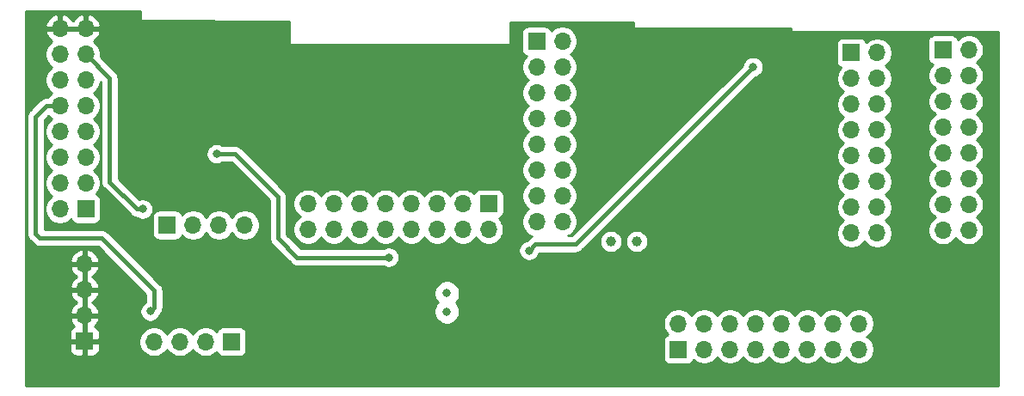
<source format=gbr>
G04 #@! TF.GenerationSoftware,KiCad,Pcbnew,(5.1.5)-3*
G04 #@! TF.CreationDate,2021-02-19T06:08:39+08:00*
G04 #@! TF.ProjectId,SMD810x_breakout,534d4438-3130-4785-9f62-7265616b6f75,rev?*
G04 #@! TF.SameCoordinates,Original*
G04 #@! TF.FileFunction,Copper,L2,Bot*
G04 #@! TF.FilePolarity,Positive*
%FSLAX46Y46*%
G04 Gerber Fmt 4.6, Leading zero omitted, Abs format (unit mm)*
G04 Created by KiCad (PCBNEW (5.1.5)-3) date 2021-02-19 06:08:39*
%MOMM*%
%LPD*%
G04 APERTURE LIST*
%ADD10R,1.700000X1.700000*%
%ADD11O,1.700000X1.700000*%
%ADD12C,0.800000*%
%ADD13C,1.000000*%
%ADD14C,0.450000*%
%ADD15C,0.254000*%
G04 APERTURE END LIST*
D10*
X118900000Y-96550000D03*
D11*
X116360000Y-96550000D03*
X113820000Y-96550000D03*
X111280000Y-96550000D03*
X120220000Y-85050000D03*
X117680000Y-85050000D03*
X115140000Y-85050000D03*
D10*
X112600000Y-85050000D03*
X104440000Y-96480000D03*
D11*
X104440000Y-93940000D03*
X104440000Y-91400000D03*
X104440000Y-88860000D03*
D10*
X104560000Y-83450000D03*
D11*
X102020000Y-83450000D03*
X104560000Y-80910000D03*
X102020000Y-80910000D03*
X104560000Y-78370000D03*
X102020000Y-78370000D03*
X104560000Y-75830000D03*
X102020000Y-75830000D03*
X104560000Y-73290000D03*
X102020000Y-73290000D03*
X104560000Y-70750000D03*
X102020000Y-70750000D03*
X104560000Y-68210000D03*
X102020000Y-68210000D03*
X104560000Y-65670000D03*
X102020000Y-65670000D03*
X126440000Y-85480000D03*
X126440000Y-82940000D03*
X128980000Y-85480000D03*
X128980000Y-82940000D03*
X131520000Y-85480000D03*
X131520000Y-82940000D03*
X134060000Y-85480000D03*
X134060000Y-82940000D03*
X136600000Y-85480000D03*
X136600000Y-82940000D03*
X139140000Y-85480000D03*
X139140000Y-82940000D03*
X141680000Y-85480000D03*
X141680000Y-82940000D03*
X144220000Y-85480000D03*
D10*
X144220000Y-82940000D03*
D12*
X140110000Y-91760000D03*
X140110000Y-93584000D03*
D11*
X182450000Y-85850000D03*
X179910000Y-85850000D03*
X182450000Y-83310000D03*
X179910000Y-83310000D03*
X182450000Y-80770000D03*
X179910000Y-80770000D03*
X182450000Y-78230000D03*
X179910000Y-78230000D03*
X182450000Y-75690000D03*
X179910000Y-75690000D03*
X182450000Y-73150000D03*
X179910000Y-73150000D03*
X182450000Y-70610000D03*
X179910000Y-70610000D03*
X182450000Y-68070000D03*
D10*
X179910000Y-68070000D03*
D11*
X191450000Y-85540000D03*
X188910000Y-85540000D03*
X191450000Y-83000000D03*
X188910000Y-83000000D03*
X191450000Y-80460000D03*
X188910000Y-80460000D03*
X191450000Y-77920000D03*
X188910000Y-77920000D03*
X191450000Y-75380000D03*
X188910000Y-75380000D03*
X191450000Y-72840000D03*
X188910000Y-72840000D03*
X191450000Y-70300000D03*
X188910000Y-70300000D03*
X191450000Y-67760000D03*
D10*
X188910000Y-67760000D03*
X162880000Y-97290000D03*
D11*
X162880000Y-94750000D03*
X165420000Y-97290000D03*
X165420000Y-94750000D03*
X167960000Y-97290000D03*
X167960000Y-94750000D03*
X170500000Y-97290000D03*
X170500000Y-94750000D03*
X173040000Y-97290000D03*
X173040000Y-94750000D03*
X175580000Y-97290000D03*
X175580000Y-94750000D03*
X178120000Y-97290000D03*
X178120000Y-94750000D03*
X180660000Y-97290000D03*
X180660000Y-94750000D03*
D10*
X148930000Y-66930000D03*
D11*
X151470000Y-66930000D03*
X148930000Y-69470000D03*
X151470000Y-69470000D03*
X148930000Y-72010000D03*
X151470000Y-72010000D03*
X148930000Y-74550000D03*
X151470000Y-74550000D03*
X148930000Y-77090000D03*
X151470000Y-77090000D03*
X148930000Y-79630000D03*
X151470000Y-79630000D03*
X148930000Y-82170000D03*
X151470000Y-82170000D03*
X148930000Y-84710000D03*
X151470000Y-84710000D03*
D13*
X156240000Y-86660000D03*
X158780000Y-86660000D03*
D12*
X115750000Y-92080000D03*
X170370000Y-66640000D03*
X162360000Y-66640000D03*
X156935000Y-79520000D03*
X108970000Y-91250000D03*
X124310000Y-80130000D03*
X138160000Y-90220000D03*
X110170000Y-83480000D03*
X134390000Y-88230000D03*
X117430000Y-78040000D03*
X110920000Y-93550000D03*
X148180000Y-87550000D03*
X170220000Y-69450000D03*
D14*
X170370000Y-66640000D02*
X162360000Y-66640000D01*
X109604315Y-83480000D02*
X106920000Y-80795685D01*
X110170000Y-83480000D02*
X109604315Y-83480000D01*
X106920000Y-70570000D02*
X104560000Y-68210000D01*
X106920000Y-80795685D02*
X106920000Y-70570000D01*
X134390000Y-88230000D02*
X125370000Y-88230000D01*
X125370000Y-88230000D02*
X123480000Y-86340000D01*
X123480000Y-86340000D02*
X123480000Y-82270000D01*
X123480000Y-82270000D02*
X119250000Y-78040000D01*
X119250000Y-78040000D02*
X117430000Y-78040000D01*
X99630000Y-74720000D02*
X99640000Y-74710000D01*
X99640000Y-74710000D02*
X99640000Y-74340000D01*
X100690000Y-73290000D02*
X102020000Y-73290000D01*
X99640000Y-74340000D02*
X100690000Y-73290000D01*
X99640000Y-85920000D02*
X99640000Y-74710000D01*
X110920000Y-93550000D02*
X111319999Y-93150001D01*
X111319999Y-93150001D02*
X111319999Y-91509999D01*
X111319999Y-91509999D02*
X106140000Y-86330000D01*
X106140000Y-86330000D02*
X100050000Y-86330000D01*
X100050000Y-86330000D02*
X99640000Y-85920000D01*
X148180000Y-87550000D02*
X148780000Y-86950000D01*
X148780000Y-86950000D02*
X152740000Y-86950000D01*
X152740000Y-86950000D02*
X170220000Y-69470000D01*
X170220000Y-69470000D02*
X170220000Y-69450000D01*
D15*
G36*
X109903000Y-64810000D02*
G01*
X109905358Y-64834359D01*
X109912505Y-64858208D01*
X109924168Y-64880204D01*
X109939897Y-64899502D01*
X109959090Y-64915360D01*
X109981007Y-64927169D01*
X110004807Y-64934476D01*
X110029575Y-64936999D01*
X124613000Y-64985806D01*
X124613000Y-67180000D01*
X124615522Y-67205183D01*
X124622827Y-67228983D01*
X124634634Y-67250902D01*
X124650491Y-67270095D01*
X124669788Y-67285826D01*
X124691782Y-67297491D01*
X124715630Y-67304640D01*
X124740414Y-67306999D01*
X146190414Y-67236999D01*
X146215137Y-67234487D01*
X146238941Y-67227191D01*
X146260863Y-67215392D01*
X146280062Y-67199542D01*
X146295801Y-67180251D01*
X146307473Y-67158260D01*
X146314631Y-67134415D01*
X146316999Y-67109632D01*
X146311174Y-65100200D01*
X158437021Y-65100200D01*
X158433005Y-65538837D01*
X158435393Y-65564539D01*
X158442575Y-65588378D01*
X158454269Y-65610356D01*
X158470027Y-65629632D01*
X158489242Y-65645462D01*
X158511176Y-65657240D01*
X158534987Y-65664512D01*
X158559758Y-65667000D01*
X173913800Y-65696209D01*
X173913800Y-65836800D01*
X173916240Y-65861576D01*
X173923467Y-65885401D01*
X173935203Y-65907357D01*
X173950997Y-65926603D01*
X173970243Y-65942397D01*
X173992199Y-65954133D01*
X174016024Y-65961360D01*
X174040800Y-65963800D01*
X194340000Y-65963800D01*
X194340001Y-100840000D01*
X98660000Y-100840000D01*
X98660000Y-97330000D01*
X102951928Y-97330000D01*
X102964188Y-97454482D01*
X103000498Y-97574180D01*
X103059463Y-97684494D01*
X103138815Y-97781185D01*
X103235506Y-97860537D01*
X103345820Y-97919502D01*
X103465518Y-97955812D01*
X103590000Y-97968072D01*
X104154250Y-97965000D01*
X104313000Y-97806250D01*
X104313000Y-96607000D01*
X104567000Y-96607000D01*
X104567000Y-97806250D01*
X104725750Y-97965000D01*
X105290000Y-97968072D01*
X105414482Y-97955812D01*
X105534180Y-97919502D01*
X105644494Y-97860537D01*
X105741185Y-97781185D01*
X105820537Y-97684494D01*
X105879502Y-97574180D01*
X105915812Y-97454482D01*
X105928072Y-97330000D01*
X105925000Y-96765750D01*
X105766250Y-96607000D01*
X104567000Y-96607000D01*
X104313000Y-96607000D01*
X103113750Y-96607000D01*
X102955000Y-96765750D01*
X102951928Y-97330000D01*
X98660000Y-97330000D01*
X98660000Y-96403740D01*
X109795000Y-96403740D01*
X109795000Y-96696260D01*
X109852068Y-96983158D01*
X109964010Y-97253411D01*
X110126525Y-97496632D01*
X110333368Y-97703475D01*
X110576589Y-97865990D01*
X110846842Y-97977932D01*
X111133740Y-98035000D01*
X111426260Y-98035000D01*
X111713158Y-97977932D01*
X111983411Y-97865990D01*
X112226632Y-97703475D01*
X112433475Y-97496632D01*
X112550000Y-97322240D01*
X112666525Y-97496632D01*
X112873368Y-97703475D01*
X113116589Y-97865990D01*
X113386842Y-97977932D01*
X113673740Y-98035000D01*
X113966260Y-98035000D01*
X114253158Y-97977932D01*
X114523411Y-97865990D01*
X114766632Y-97703475D01*
X114973475Y-97496632D01*
X115090000Y-97322240D01*
X115206525Y-97496632D01*
X115413368Y-97703475D01*
X115656589Y-97865990D01*
X115926842Y-97977932D01*
X116213740Y-98035000D01*
X116506260Y-98035000D01*
X116793158Y-97977932D01*
X117063411Y-97865990D01*
X117306632Y-97703475D01*
X117438487Y-97571620D01*
X117460498Y-97644180D01*
X117519463Y-97754494D01*
X117598815Y-97851185D01*
X117695506Y-97930537D01*
X117805820Y-97989502D01*
X117925518Y-98025812D01*
X118050000Y-98038072D01*
X119750000Y-98038072D01*
X119874482Y-98025812D01*
X119994180Y-97989502D01*
X120104494Y-97930537D01*
X120201185Y-97851185D01*
X120280537Y-97754494D01*
X120339502Y-97644180D01*
X120375812Y-97524482D01*
X120388072Y-97400000D01*
X120388072Y-96440000D01*
X161391928Y-96440000D01*
X161391928Y-98140000D01*
X161404188Y-98264482D01*
X161440498Y-98384180D01*
X161499463Y-98494494D01*
X161578815Y-98591185D01*
X161675506Y-98670537D01*
X161785820Y-98729502D01*
X161905518Y-98765812D01*
X162030000Y-98778072D01*
X163730000Y-98778072D01*
X163854482Y-98765812D01*
X163974180Y-98729502D01*
X164084494Y-98670537D01*
X164181185Y-98591185D01*
X164260537Y-98494494D01*
X164319502Y-98384180D01*
X164341513Y-98311620D01*
X164473368Y-98443475D01*
X164716589Y-98605990D01*
X164986842Y-98717932D01*
X165273740Y-98775000D01*
X165566260Y-98775000D01*
X165853158Y-98717932D01*
X166123411Y-98605990D01*
X166366632Y-98443475D01*
X166573475Y-98236632D01*
X166690000Y-98062240D01*
X166806525Y-98236632D01*
X167013368Y-98443475D01*
X167256589Y-98605990D01*
X167526842Y-98717932D01*
X167813740Y-98775000D01*
X168106260Y-98775000D01*
X168393158Y-98717932D01*
X168663411Y-98605990D01*
X168906632Y-98443475D01*
X169113475Y-98236632D01*
X169230000Y-98062240D01*
X169346525Y-98236632D01*
X169553368Y-98443475D01*
X169796589Y-98605990D01*
X170066842Y-98717932D01*
X170353740Y-98775000D01*
X170646260Y-98775000D01*
X170933158Y-98717932D01*
X171203411Y-98605990D01*
X171446632Y-98443475D01*
X171653475Y-98236632D01*
X171770000Y-98062240D01*
X171886525Y-98236632D01*
X172093368Y-98443475D01*
X172336589Y-98605990D01*
X172606842Y-98717932D01*
X172893740Y-98775000D01*
X173186260Y-98775000D01*
X173473158Y-98717932D01*
X173743411Y-98605990D01*
X173986632Y-98443475D01*
X174193475Y-98236632D01*
X174310000Y-98062240D01*
X174426525Y-98236632D01*
X174633368Y-98443475D01*
X174876589Y-98605990D01*
X175146842Y-98717932D01*
X175433740Y-98775000D01*
X175726260Y-98775000D01*
X176013158Y-98717932D01*
X176283411Y-98605990D01*
X176526632Y-98443475D01*
X176733475Y-98236632D01*
X176850000Y-98062240D01*
X176966525Y-98236632D01*
X177173368Y-98443475D01*
X177416589Y-98605990D01*
X177686842Y-98717932D01*
X177973740Y-98775000D01*
X178266260Y-98775000D01*
X178553158Y-98717932D01*
X178823411Y-98605990D01*
X179066632Y-98443475D01*
X179273475Y-98236632D01*
X179390000Y-98062240D01*
X179506525Y-98236632D01*
X179713368Y-98443475D01*
X179956589Y-98605990D01*
X180226842Y-98717932D01*
X180513740Y-98775000D01*
X180806260Y-98775000D01*
X181093158Y-98717932D01*
X181363411Y-98605990D01*
X181606632Y-98443475D01*
X181813475Y-98236632D01*
X181975990Y-97993411D01*
X182087932Y-97723158D01*
X182145000Y-97436260D01*
X182145000Y-97143740D01*
X182087932Y-96856842D01*
X181975990Y-96586589D01*
X181813475Y-96343368D01*
X181606632Y-96136525D01*
X181432240Y-96020000D01*
X181606632Y-95903475D01*
X181813475Y-95696632D01*
X181975990Y-95453411D01*
X182087932Y-95183158D01*
X182145000Y-94896260D01*
X182145000Y-94603740D01*
X182087932Y-94316842D01*
X181975990Y-94046589D01*
X181813475Y-93803368D01*
X181606632Y-93596525D01*
X181363411Y-93434010D01*
X181093158Y-93322068D01*
X180806260Y-93265000D01*
X180513740Y-93265000D01*
X180226842Y-93322068D01*
X179956589Y-93434010D01*
X179713368Y-93596525D01*
X179506525Y-93803368D01*
X179390000Y-93977760D01*
X179273475Y-93803368D01*
X179066632Y-93596525D01*
X178823411Y-93434010D01*
X178553158Y-93322068D01*
X178266260Y-93265000D01*
X177973740Y-93265000D01*
X177686842Y-93322068D01*
X177416589Y-93434010D01*
X177173368Y-93596525D01*
X176966525Y-93803368D01*
X176850000Y-93977760D01*
X176733475Y-93803368D01*
X176526632Y-93596525D01*
X176283411Y-93434010D01*
X176013158Y-93322068D01*
X175726260Y-93265000D01*
X175433740Y-93265000D01*
X175146842Y-93322068D01*
X174876589Y-93434010D01*
X174633368Y-93596525D01*
X174426525Y-93803368D01*
X174310000Y-93977760D01*
X174193475Y-93803368D01*
X173986632Y-93596525D01*
X173743411Y-93434010D01*
X173473158Y-93322068D01*
X173186260Y-93265000D01*
X172893740Y-93265000D01*
X172606842Y-93322068D01*
X172336589Y-93434010D01*
X172093368Y-93596525D01*
X171886525Y-93803368D01*
X171770000Y-93977760D01*
X171653475Y-93803368D01*
X171446632Y-93596525D01*
X171203411Y-93434010D01*
X170933158Y-93322068D01*
X170646260Y-93265000D01*
X170353740Y-93265000D01*
X170066842Y-93322068D01*
X169796589Y-93434010D01*
X169553368Y-93596525D01*
X169346525Y-93803368D01*
X169230000Y-93977760D01*
X169113475Y-93803368D01*
X168906632Y-93596525D01*
X168663411Y-93434010D01*
X168393158Y-93322068D01*
X168106260Y-93265000D01*
X167813740Y-93265000D01*
X167526842Y-93322068D01*
X167256589Y-93434010D01*
X167013368Y-93596525D01*
X166806525Y-93803368D01*
X166690000Y-93977760D01*
X166573475Y-93803368D01*
X166366632Y-93596525D01*
X166123411Y-93434010D01*
X165853158Y-93322068D01*
X165566260Y-93265000D01*
X165273740Y-93265000D01*
X164986842Y-93322068D01*
X164716589Y-93434010D01*
X164473368Y-93596525D01*
X164266525Y-93803368D01*
X164150000Y-93977760D01*
X164033475Y-93803368D01*
X163826632Y-93596525D01*
X163583411Y-93434010D01*
X163313158Y-93322068D01*
X163026260Y-93265000D01*
X162733740Y-93265000D01*
X162446842Y-93322068D01*
X162176589Y-93434010D01*
X161933368Y-93596525D01*
X161726525Y-93803368D01*
X161564010Y-94046589D01*
X161452068Y-94316842D01*
X161395000Y-94603740D01*
X161395000Y-94896260D01*
X161452068Y-95183158D01*
X161564010Y-95453411D01*
X161726525Y-95696632D01*
X161858380Y-95828487D01*
X161785820Y-95850498D01*
X161675506Y-95909463D01*
X161578815Y-95988815D01*
X161499463Y-96085506D01*
X161440498Y-96195820D01*
X161404188Y-96315518D01*
X161391928Y-96440000D01*
X120388072Y-96440000D01*
X120388072Y-95700000D01*
X120375812Y-95575518D01*
X120339502Y-95455820D01*
X120280537Y-95345506D01*
X120201185Y-95248815D01*
X120104494Y-95169463D01*
X119994180Y-95110498D01*
X119874482Y-95074188D01*
X119750000Y-95061928D01*
X118050000Y-95061928D01*
X117925518Y-95074188D01*
X117805820Y-95110498D01*
X117695506Y-95169463D01*
X117598815Y-95248815D01*
X117519463Y-95345506D01*
X117460498Y-95455820D01*
X117438487Y-95528380D01*
X117306632Y-95396525D01*
X117063411Y-95234010D01*
X116793158Y-95122068D01*
X116506260Y-95065000D01*
X116213740Y-95065000D01*
X115926842Y-95122068D01*
X115656589Y-95234010D01*
X115413368Y-95396525D01*
X115206525Y-95603368D01*
X115090000Y-95777760D01*
X114973475Y-95603368D01*
X114766632Y-95396525D01*
X114523411Y-95234010D01*
X114253158Y-95122068D01*
X113966260Y-95065000D01*
X113673740Y-95065000D01*
X113386842Y-95122068D01*
X113116589Y-95234010D01*
X112873368Y-95396525D01*
X112666525Y-95603368D01*
X112550000Y-95777760D01*
X112433475Y-95603368D01*
X112226632Y-95396525D01*
X111983411Y-95234010D01*
X111713158Y-95122068D01*
X111426260Y-95065000D01*
X111133740Y-95065000D01*
X110846842Y-95122068D01*
X110576589Y-95234010D01*
X110333368Y-95396525D01*
X110126525Y-95603368D01*
X109964010Y-95846589D01*
X109852068Y-96116842D01*
X109795000Y-96403740D01*
X98660000Y-96403740D01*
X98660000Y-95630000D01*
X102951928Y-95630000D01*
X102955000Y-96194250D01*
X103113750Y-96353000D01*
X104313000Y-96353000D01*
X104313000Y-94067000D01*
X104567000Y-94067000D01*
X104567000Y-96353000D01*
X105766250Y-96353000D01*
X105925000Y-96194250D01*
X105928072Y-95630000D01*
X105915812Y-95505518D01*
X105879502Y-95385820D01*
X105820537Y-95275506D01*
X105741185Y-95178815D01*
X105644494Y-95099463D01*
X105534180Y-95040498D01*
X105453534Y-95016034D01*
X105537588Y-94940269D01*
X105711641Y-94706920D01*
X105836825Y-94444099D01*
X105881476Y-94296890D01*
X105760155Y-94067000D01*
X104567000Y-94067000D01*
X104313000Y-94067000D01*
X103119845Y-94067000D01*
X102998524Y-94296890D01*
X103043175Y-94444099D01*
X103168359Y-94706920D01*
X103342412Y-94940269D01*
X103426466Y-95016034D01*
X103345820Y-95040498D01*
X103235506Y-95099463D01*
X103138815Y-95178815D01*
X103059463Y-95275506D01*
X103000498Y-95385820D01*
X102964188Y-95505518D01*
X102951928Y-95630000D01*
X98660000Y-95630000D01*
X98660000Y-91756890D01*
X102998524Y-91756890D01*
X103043175Y-91904099D01*
X103168359Y-92166920D01*
X103342412Y-92400269D01*
X103558645Y-92595178D01*
X103684255Y-92670000D01*
X103558645Y-92744822D01*
X103342412Y-92939731D01*
X103168359Y-93173080D01*
X103043175Y-93435901D01*
X102998524Y-93583110D01*
X103119845Y-93813000D01*
X104313000Y-93813000D01*
X104313000Y-91527000D01*
X104567000Y-91527000D01*
X104567000Y-93813000D01*
X105760155Y-93813000D01*
X105881476Y-93583110D01*
X105836825Y-93435901D01*
X105711641Y-93173080D01*
X105537588Y-92939731D01*
X105321355Y-92744822D01*
X105195745Y-92670000D01*
X105321355Y-92595178D01*
X105537588Y-92400269D01*
X105711641Y-92166920D01*
X105836825Y-91904099D01*
X105881476Y-91756890D01*
X105760155Y-91527000D01*
X104567000Y-91527000D01*
X104313000Y-91527000D01*
X103119845Y-91527000D01*
X102998524Y-91756890D01*
X98660000Y-91756890D01*
X98660000Y-89216890D01*
X102998524Y-89216890D01*
X103043175Y-89364099D01*
X103168359Y-89626920D01*
X103342412Y-89860269D01*
X103558645Y-90055178D01*
X103684255Y-90130000D01*
X103558645Y-90204822D01*
X103342412Y-90399731D01*
X103168359Y-90633080D01*
X103043175Y-90895901D01*
X102998524Y-91043110D01*
X103119845Y-91273000D01*
X104313000Y-91273000D01*
X104313000Y-88987000D01*
X104567000Y-88987000D01*
X104567000Y-91273000D01*
X105760155Y-91273000D01*
X105881476Y-91043110D01*
X105836825Y-90895901D01*
X105711641Y-90633080D01*
X105537588Y-90399731D01*
X105321355Y-90204822D01*
X105195745Y-90130000D01*
X105321355Y-90055178D01*
X105537588Y-89860269D01*
X105711641Y-89626920D01*
X105836825Y-89364099D01*
X105881476Y-89216890D01*
X105760155Y-88987000D01*
X104567000Y-88987000D01*
X104313000Y-88987000D01*
X103119845Y-88987000D01*
X102998524Y-89216890D01*
X98660000Y-89216890D01*
X98660000Y-88503110D01*
X102998524Y-88503110D01*
X103119845Y-88733000D01*
X104313000Y-88733000D01*
X104313000Y-87539186D01*
X104567000Y-87539186D01*
X104567000Y-88733000D01*
X105760155Y-88733000D01*
X105881476Y-88503110D01*
X105836825Y-88355901D01*
X105711641Y-88093080D01*
X105537588Y-87859731D01*
X105321355Y-87664822D01*
X105071252Y-87515843D01*
X104796891Y-87418519D01*
X104567000Y-87539186D01*
X104313000Y-87539186D01*
X104083109Y-87418519D01*
X103808748Y-87515843D01*
X103558645Y-87664822D01*
X103342412Y-87859731D01*
X103168359Y-88093080D01*
X103043175Y-88355901D01*
X102998524Y-88503110D01*
X98660000Y-88503110D01*
X98660000Y-74720000D01*
X98765840Y-74720000D01*
X98780001Y-74863784D01*
X98780000Y-85877761D01*
X98775840Y-85920000D01*
X98780000Y-85962239D01*
X98780000Y-85962245D01*
X98792444Y-86088588D01*
X98841619Y-86250699D01*
X98921476Y-86400101D01*
X99028946Y-86531054D01*
X99061765Y-86557988D01*
X99412012Y-86908235D01*
X99438946Y-86941054D01*
X99569898Y-87048524D01*
X99680703Y-87107750D01*
X99719299Y-87128381D01*
X99881410Y-87177556D01*
X100050000Y-87194161D01*
X100092246Y-87190000D01*
X105783777Y-87190000D01*
X110460000Y-91866224D01*
X110459999Y-92620263D01*
X110429744Y-92632795D01*
X110260226Y-92746063D01*
X110116063Y-92890226D01*
X110002795Y-93059744D01*
X109924774Y-93248102D01*
X109885000Y-93448061D01*
X109885000Y-93651939D01*
X109924774Y-93851898D01*
X110002795Y-94040256D01*
X110116063Y-94209774D01*
X110260226Y-94353937D01*
X110429744Y-94467205D01*
X110618102Y-94545226D01*
X110818061Y-94585000D01*
X111021939Y-94585000D01*
X111221898Y-94545226D01*
X111410256Y-94467205D01*
X111579774Y-94353937D01*
X111723937Y-94209774D01*
X111837205Y-94040256D01*
X111915226Y-93851898D01*
X111934013Y-93757448D01*
X112038523Y-93630103D01*
X112118380Y-93480701D01*
X112126316Y-93454538D01*
X138816164Y-93454538D01*
X138816164Y-93705462D01*
X138865116Y-93951564D01*
X138961141Y-94183388D01*
X139100547Y-94392023D01*
X139277977Y-94569453D01*
X139486612Y-94708859D01*
X139718436Y-94804884D01*
X139964538Y-94853836D01*
X140215462Y-94853836D01*
X140461564Y-94804884D01*
X140693388Y-94708859D01*
X140902023Y-94569453D01*
X141079453Y-94392023D01*
X141218859Y-94183388D01*
X141314884Y-93951564D01*
X141363836Y-93705462D01*
X141363836Y-93454538D01*
X141314884Y-93208436D01*
X141218859Y-92976612D01*
X141079453Y-92767977D01*
X140991476Y-92680000D01*
X141089453Y-92582023D01*
X141228859Y-92373388D01*
X141324884Y-92141564D01*
X141373836Y-91895462D01*
X141373836Y-91644538D01*
X141324884Y-91398436D01*
X141228859Y-91166612D01*
X141089453Y-90957977D01*
X140912023Y-90780547D01*
X140703388Y-90641141D01*
X140471564Y-90545116D01*
X140225462Y-90496164D01*
X139974538Y-90496164D01*
X139728436Y-90545116D01*
X139496612Y-90641141D01*
X139287977Y-90780547D01*
X139110547Y-90957977D01*
X138971141Y-91166612D01*
X138875116Y-91398436D01*
X138826164Y-91644538D01*
X138826164Y-91895462D01*
X138875116Y-92141564D01*
X138971141Y-92373388D01*
X139110547Y-92582023D01*
X139198524Y-92670000D01*
X139100547Y-92767977D01*
X138961141Y-92976612D01*
X138865116Y-93208436D01*
X138816164Y-93454538D01*
X112126316Y-93454538D01*
X112167555Y-93318590D01*
X112179999Y-93192247D01*
X112179999Y-93192241D01*
X112184159Y-93150002D01*
X112179999Y-93107763D01*
X112179999Y-91552238D01*
X112184159Y-91509999D01*
X112179999Y-91467760D01*
X112179999Y-91467753D01*
X112167555Y-91341410D01*
X112118380Y-91179299D01*
X112038523Y-91029897D01*
X111931053Y-90898945D01*
X111898240Y-90872016D01*
X106777988Y-85751765D01*
X106751054Y-85718946D01*
X106620102Y-85611476D01*
X106470700Y-85531619D01*
X106308589Y-85482444D01*
X106182246Y-85470000D01*
X106182239Y-85470000D01*
X106140000Y-85465840D01*
X106097761Y-85470000D01*
X100500000Y-85470000D01*
X100500000Y-74752239D01*
X100504160Y-74710001D01*
X100502552Y-74693672D01*
X100913058Y-74283165D01*
X101073368Y-74443475D01*
X101247760Y-74560000D01*
X101073368Y-74676525D01*
X100866525Y-74883368D01*
X100704010Y-75126589D01*
X100592068Y-75396842D01*
X100535000Y-75683740D01*
X100535000Y-75976260D01*
X100592068Y-76263158D01*
X100704010Y-76533411D01*
X100866525Y-76776632D01*
X101073368Y-76983475D01*
X101247760Y-77100000D01*
X101073368Y-77216525D01*
X100866525Y-77423368D01*
X100704010Y-77666589D01*
X100592068Y-77936842D01*
X100535000Y-78223740D01*
X100535000Y-78516260D01*
X100592068Y-78803158D01*
X100704010Y-79073411D01*
X100866525Y-79316632D01*
X101073368Y-79523475D01*
X101247760Y-79640000D01*
X101073368Y-79756525D01*
X100866525Y-79963368D01*
X100704010Y-80206589D01*
X100592068Y-80476842D01*
X100535000Y-80763740D01*
X100535000Y-81056260D01*
X100592068Y-81343158D01*
X100704010Y-81613411D01*
X100866525Y-81856632D01*
X101073368Y-82063475D01*
X101247760Y-82180000D01*
X101073368Y-82296525D01*
X100866525Y-82503368D01*
X100704010Y-82746589D01*
X100592068Y-83016842D01*
X100535000Y-83303740D01*
X100535000Y-83596260D01*
X100592068Y-83883158D01*
X100704010Y-84153411D01*
X100866525Y-84396632D01*
X101073368Y-84603475D01*
X101316589Y-84765990D01*
X101586842Y-84877932D01*
X101873740Y-84935000D01*
X102166260Y-84935000D01*
X102453158Y-84877932D01*
X102723411Y-84765990D01*
X102966632Y-84603475D01*
X103098487Y-84471620D01*
X103120498Y-84544180D01*
X103179463Y-84654494D01*
X103258815Y-84751185D01*
X103355506Y-84830537D01*
X103465820Y-84889502D01*
X103585518Y-84925812D01*
X103710000Y-84938072D01*
X105410000Y-84938072D01*
X105534482Y-84925812D01*
X105654180Y-84889502D01*
X105764494Y-84830537D01*
X105861185Y-84751185D01*
X105940537Y-84654494D01*
X105999502Y-84544180D01*
X106035812Y-84424482D01*
X106048072Y-84300000D01*
X106048072Y-82600000D01*
X106035812Y-82475518D01*
X105999502Y-82355820D01*
X105940537Y-82245506D01*
X105861185Y-82148815D01*
X105764494Y-82069463D01*
X105654180Y-82010498D01*
X105581620Y-81988487D01*
X105713475Y-81856632D01*
X105875990Y-81613411D01*
X105987932Y-81343158D01*
X106045000Y-81056260D01*
X106045000Y-80763740D01*
X105987932Y-80476842D01*
X105875990Y-80206589D01*
X105713475Y-79963368D01*
X105506632Y-79756525D01*
X105332240Y-79640000D01*
X105506632Y-79523475D01*
X105713475Y-79316632D01*
X105875990Y-79073411D01*
X105987932Y-78803158D01*
X106045000Y-78516260D01*
X106045000Y-78223740D01*
X105987932Y-77936842D01*
X105875990Y-77666589D01*
X105713475Y-77423368D01*
X105506632Y-77216525D01*
X105332240Y-77100000D01*
X105506632Y-76983475D01*
X105713475Y-76776632D01*
X105875990Y-76533411D01*
X105987932Y-76263158D01*
X106045000Y-75976260D01*
X106045000Y-75683740D01*
X105987932Y-75396842D01*
X105875990Y-75126589D01*
X105713475Y-74883368D01*
X105506632Y-74676525D01*
X105332240Y-74560000D01*
X105506632Y-74443475D01*
X105713475Y-74236632D01*
X105875990Y-73993411D01*
X105987932Y-73723158D01*
X106045000Y-73436260D01*
X106045000Y-73143740D01*
X105987932Y-72856842D01*
X105875990Y-72586589D01*
X105713475Y-72343368D01*
X105506632Y-72136525D01*
X105332240Y-72020000D01*
X105506632Y-71903475D01*
X105713475Y-71696632D01*
X105875990Y-71453411D01*
X105987932Y-71183158D01*
X106042517Y-70908741D01*
X106060001Y-70926225D01*
X106060000Y-80753446D01*
X106055840Y-80795685D01*
X106060000Y-80837924D01*
X106060000Y-80837930D01*
X106072444Y-80964273D01*
X106121619Y-81126384D01*
X106201476Y-81275786D01*
X106308946Y-81406739D01*
X106341765Y-81433673D01*
X108966332Y-84058241D01*
X108993261Y-84091054D01*
X109124213Y-84198524D01*
X109204026Y-84241185D01*
X109273614Y-84278381D01*
X109435725Y-84327556D01*
X109599674Y-84343704D01*
X109679744Y-84397205D01*
X109868102Y-84475226D01*
X110068061Y-84515000D01*
X110271939Y-84515000D01*
X110471898Y-84475226D01*
X110660256Y-84397205D01*
X110829774Y-84283937D01*
X110913711Y-84200000D01*
X111111928Y-84200000D01*
X111111928Y-85900000D01*
X111124188Y-86024482D01*
X111160498Y-86144180D01*
X111219463Y-86254494D01*
X111298815Y-86351185D01*
X111395506Y-86430537D01*
X111505820Y-86489502D01*
X111625518Y-86525812D01*
X111750000Y-86538072D01*
X113450000Y-86538072D01*
X113574482Y-86525812D01*
X113694180Y-86489502D01*
X113804494Y-86430537D01*
X113901185Y-86351185D01*
X113980537Y-86254494D01*
X114039502Y-86144180D01*
X114061513Y-86071620D01*
X114193368Y-86203475D01*
X114436589Y-86365990D01*
X114706842Y-86477932D01*
X114993740Y-86535000D01*
X115286260Y-86535000D01*
X115573158Y-86477932D01*
X115843411Y-86365990D01*
X116086632Y-86203475D01*
X116293475Y-85996632D01*
X116410000Y-85822240D01*
X116526525Y-85996632D01*
X116733368Y-86203475D01*
X116976589Y-86365990D01*
X117246842Y-86477932D01*
X117533740Y-86535000D01*
X117826260Y-86535000D01*
X118113158Y-86477932D01*
X118383411Y-86365990D01*
X118626632Y-86203475D01*
X118833475Y-85996632D01*
X118950000Y-85822240D01*
X119066525Y-85996632D01*
X119273368Y-86203475D01*
X119516589Y-86365990D01*
X119786842Y-86477932D01*
X120073740Y-86535000D01*
X120366260Y-86535000D01*
X120653158Y-86477932D01*
X120923411Y-86365990D01*
X121166632Y-86203475D01*
X121373475Y-85996632D01*
X121535990Y-85753411D01*
X121647932Y-85483158D01*
X121705000Y-85196260D01*
X121705000Y-84903740D01*
X121647932Y-84616842D01*
X121535990Y-84346589D01*
X121373475Y-84103368D01*
X121166632Y-83896525D01*
X120923411Y-83734010D01*
X120653158Y-83622068D01*
X120366260Y-83565000D01*
X120073740Y-83565000D01*
X119786842Y-83622068D01*
X119516589Y-83734010D01*
X119273368Y-83896525D01*
X119066525Y-84103368D01*
X118950000Y-84277760D01*
X118833475Y-84103368D01*
X118626632Y-83896525D01*
X118383411Y-83734010D01*
X118113158Y-83622068D01*
X117826260Y-83565000D01*
X117533740Y-83565000D01*
X117246842Y-83622068D01*
X116976589Y-83734010D01*
X116733368Y-83896525D01*
X116526525Y-84103368D01*
X116410000Y-84277760D01*
X116293475Y-84103368D01*
X116086632Y-83896525D01*
X115843411Y-83734010D01*
X115573158Y-83622068D01*
X115286260Y-83565000D01*
X114993740Y-83565000D01*
X114706842Y-83622068D01*
X114436589Y-83734010D01*
X114193368Y-83896525D01*
X114061513Y-84028380D01*
X114039502Y-83955820D01*
X113980537Y-83845506D01*
X113901185Y-83748815D01*
X113804494Y-83669463D01*
X113694180Y-83610498D01*
X113574482Y-83574188D01*
X113450000Y-83561928D01*
X111750000Y-83561928D01*
X111625518Y-83574188D01*
X111505820Y-83610498D01*
X111395506Y-83669463D01*
X111298815Y-83748815D01*
X111219463Y-83845506D01*
X111160498Y-83955820D01*
X111124188Y-84075518D01*
X111111928Y-84200000D01*
X110913711Y-84200000D01*
X110973937Y-84139774D01*
X111087205Y-83970256D01*
X111165226Y-83781898D01*
X111205000Y-83581939D01*
X111205000Y-83378061D01*
X111165226Y-83178102D01*
X111087205Y-82989744D01*
X110973937Y-82820226D01*
X110829774Y-82676063D01*
X110660256Y-82562795D01*
X110471898Y-82484774D01*
X110271939Y-82445000D01*
X110068061Y-82445000D01*
X109868102Y-82484774D01*
X109837846Y-82497307D01*
X107780000Y-80439462D01*
X107780000Y-77938061D01*
X116395000Y-77938061D01*
X116395000Y-78141939D01*
X116434774Y-78341898D01*
X116512795Y-78530256D01*
X116626063Y-78699774D01*
X116770226Y-78843937D01*
X116939744Y-78957205D01*
X117128102Y-79035226D01*
X117328061Y-79075000D01*
X117531939Y-79075000D01*
X117731898Y-79035226D01*
X117920256Y-78957205D01*
X118005870Y-78900000D01*
X118893777Y-78900000D01*
X122620001Y-82626225D01*
X122620000Y-86297761D01*
X122615840Y-86340000D01*
X122620000Y-86382239D01*
X122620000Y-86382245D01*
X122632444Y-86508588D01*
X122681619Y-86670699D01*
X122761476Y-86820101D01*
X122868946Y-86951054D01*
X122901765Y-86977988D01*
X124732017Y-88808241D01*
X124758946Y-88841054D01*
X124889898Y-88948524D01*
X124961882Y-88987000D01*
X125039299Y-89028381D01*
X125201410Y-89077556D01*
X125370000Y-89094161D01*
X125412246Y-89090000D01*
X133814130Y-89090000D01*
X133899744Y-89147205D01*
X134088102Y-89225226D01*
X134288061Y-89265000D01*
X134491939Y-89265000D01*
X134691898Y-89225226D01*
X134880256Y-89147205D01*
X135049774Y-89033937D01*
X135193937Y-88889774D01*
X135307205Y-88720256D01*
X135385226Y-88531898D01*
X135425000Y-88331939D01*
X135425000Y-88128061D01*
X135385226Y-87928102D01*
X135307205Y-87739744D01*
X135193937Y-87570226D01*
X135071772Y-87448061D01*
X147145000Y-87448061D01*
X147145000Y-87651939D01*
X147184774Y-87851898D01*
X147262795Y-88040256D01*
X147376063Y-88209774D01*
X147520226Y-88353937D01*
X147689744Y-88467205D01*
X147878102Y-88545226D01*
X148078061Y-88585000D01*
X148281939Y-88585000D01*
X148481898Y-88545226D01*
X148670256Y-88467205D01*
X148839774Y-88353937D01*
X148983937Y-88209774D01*
X149097205Y-88040256D01*
X149175226Y-87851898D01*
X149183560Y-87810000D01*
X152697761Y-87810000D01*
X152740000Y-87814160D01*
X152782239Y-87810000D01*
X152782246Y-87810000D01*
X152908589Y-87797556D01*
X153070700Y-87748381D01*
X153220102Y-87668524D01*
X153351054Y-87561054D01*
X153377988Y-87528235D01*
X154358011Y-86548212D01*
X155105000Y-86548212D01*
X155105000Y-86771788D01*
X155148617Y-86991067D01*
X155234176Y-87197624D01*
X155358388Y-87383520D01*
X155516480Y-87541612D01*
X155702376Y-87665824D01*
X155908933Y-87751383D01*
X156128212Y-87795000D01*
X156351788Y-87795000D01*
X156571067Y-87751383D01*
X156777624Y-87665824D01*
X156963520Y-87541612D01*
X157121612Y-87383520D01*
X157245824Y-87197624D01*
X157331383Y-86991067D01*
X157375000Y-86771788D01*
X157375000Y-86548212D01*
X157645000Y-86548212D01*
X157645000Y-86771788D01*
X157688617Y-86991067D01*
X157774176Y-87197624D01*
X157898388Y-87383520D01*
X158056480Y-87541612D01*
X158242376Y-87665824D01*
X158448933Y-87751383D01*
X158668212Y-87795000D01*
X158891788Y-87795000D01*
X159111067Y-87751383D01*
X159317624Y-87665824D01*
X159503520Y-87541612D01*
X159661612Y-87383520D01*
X159785824Y-87197624D01*
X159871383Y-86991067D01*
X159915000Y-86771788D01*
X159915000Y-86548212D01*
X159871383Y-86328933D01*
X159785824Y-86122376D01*
X159661612Y-85936480D01*
X159503520Y-85778388D01*
X159317624Y-85654176D01*
X159111067Y-85568617D01*
X158891788Y-85525000D01*
X158668212Y-85525000D01*
X158448933Y-85568617D01*
X158242376Y-85654176D01*
X158056480Y-85778388D01*
X157898388Y-85936480D01*
X157774176Y-86122376D01*
X157688617Y-86328933D01*
X157645000Y-86548212D01*
X157375000Y-86548212D01*
X157331383Y-86328933D01*
X157245824Y-86122376D01*
X157121612Y-85936480D01*
X156963520Y-85778388D01*
X156777624Y-85654176D01*
X156571067Y-85568617D01*
X156351788Y-85525000D01*
X156128212Y-85525000D01*
X155908933Y-85568617D01*
X155702376Y-85654176D01*
X155516480Y-85778388D01*
X155358388Y-85936480D01*
X155234176Y-86122376D01*
X155148617Y-86328933D01*
X155105000Y-86548212D01*
X154358011Y-86548212D01*
X170445876Y-70460348D01*
X170521898Y-70445226D01*
X170710256Y-70367205D01*
X170879774Y-70253937D01*
X171023937Y-70109774D01*
X171137205Y-69940256D01*
X171215226Y-69751898D01*
X171255000Y-69551939D01*
X171255000Y-69348061D01*
X171215226Y-69148102D01*
X171137205Y-68959744D01*
X171023937Y-68790226D01*
X170879774Y-68646063D01*
X170710256Y-68532795D01*
X170521898Y-68454774D01*
X170321939Y-68415000D01*
X170118061Y-68415000D01*
X169918102Y-68454774D01*
X169729744Y-68532795D01*
X169560226Y-68646063D01*
X169416063Y-68790226D01*
X169302795Y-68959744D01*
X169224774Y-69148102D01*
X169199720Y-69274056D01*
X152383777Y-86090000D01*
X152018877Y-86090000D01*
X152173411Y-86025990D01*
X152416632Y-85863475D01*
X152623475Y-85656632D01*
X152785990Y-85413411D01*
X152897932Y-85143158D01*
X152955000Y-84856260D01*
X152955000Y-84563740D01*
X152897932Y-84276842D01*
X152785990Y-84006589D01*
X152623475Y-83763368D01*
X152416632Y-83556525D01*
X152242240Y-83440000D01*
X152416632Y-83323475D01*
X152623475Y-83116632D01*
X152785990Y-82873411D01*
X152897932Y-82603158D01*
X152955000Y-82316260D01*
X152955000Y-82023740D01*
X152897932Y-81736842D01*
X152785990Y-81466589D01*
X152623475Y-81223368D01*
X152416632Y-81016525D01*
X152242240Y-80900000D01*
X152416632Y-80783475D01*
X152623475Y-80576632D01*
X152785990Y-80333411D01*
X152897932Y-80063158D01*
X152955000Y-79776260D01*
X152955000Y-79483740D01*
X152897932Y-79196842D01*
X152785990Y-78926589D01*
X152623475Y-78683368D01*
X152416632Y-78476525D01*
X152242240Y-78360000D01*
X152416632Y-78243475D01*
X152623475Y-78036632D01*
X152785990Y-77793411D01*
X152897932Y-77523158D01*
X152955000Y-77236260D01*
X152955000Y-76943740D01*
X152897932Y-76656842D01*
X152785990Y-76386589D01*
X152623475Y-76143368D01*
X152416632Y-75936525D01*
X152242240Y-75820000D01*
X152416632Y-75703475D01*
X152623475Y-75496632D01*
X152785990Y-75253411D01*
X152897932Y-74983158D01*
X152955000Y-74696260D01*
X152955000Y-74403740D01*
X152897932Y-74116842D01*
X152785990Y-73846589D01*
X152623475Y-73603368D01*
X152416632Y-73396525D01*
X152242240Y-73280000D01*
X152416632Y-73163475D01*
X152623475Y-72956632D01*
X152785990Y-72713411D01*
X152897932Y-72443158D01*
X152955000Y-72156260D01*
X152955000Y-71863740D01*
X152897932Y-71576842D01*
X152785990Y-71306589D01*
X152623475Y-71063368D01*
X152416632Y-70856525D01*
X152242240Y-70740000D01*
X152416632Y-70623475D01*
X152623475Y-70416632D01*
X152785990Y-70173411D01*
X152897932Y-69903158D01*
X152955000Y-69616260D01*
X152955000Y-69323740D01*
X152897932Y-69036842D01*
X152785990Y-68766589D01*
X152623475Y-68523368D01*
X152416632Y-68316525D01*
X152242240Y-68200000D01*
X152416632Y-68083475D01*
X152623475Y-67876632D01*
X152785990Y-67633411D01*
X152897932Y-67363158D01*
X152926408Y-67220000D01*
X178421928Y-67220000D01*
X178421928Y-68920000D01*
X178434188Y-69044482D01*
X178470498Y-69164180D01*
X178529463Y-69274494D01*
X178608815Y-69371185D01*
X178705506Y-69450537D01*
X178815820Y-69509502D01*
X178888380Y-69531513D01*
X178756525Y-69663368D01*
X178594010Y-69906589D01*
X178482068Y-70176842D01*
X178425000Y-70463740D01*
X178425000Y-70756260D01*
X178482068Y-71043158D01*
X178594010Y-71313411D01*
X178756525Y-71556632D01*
X178963368Y-71763475D01*
X179137760Y-71880000D01*
X178963368Y-71996525D01*
X178756525Y-72203368D01*
X178594010Y-72446589D01*
X178482068Y-72716842D01*
X178425000Y-73003740D01*
X178425000Y-73296260D01*
X178482068Y-73583158D01*
X178594010Y-73853411D01*
X178756525Y-74096632D01*
X178963368Y-74303475D01*
X179137760Y-74420000D01*
X178963368Y-74536525D01*
X178756525Y-74743368D01*
X178594010Y-74986589D01*
X178482068Y-75256842D01*
X178425000Y-75543740D01*
X178425000Y-75836260D01*
X178482068Y-76123158D01*
X178594010Y-76393411D01*
X178756525Y-76636632D01*
X178963368Y-76843475D01*
X179137760Y-76960000D01*
X178963368Y-77076525D01*
X178756525Y-77283368D01*
X178594010Y-77526589D01*
X178482068Y-77796842D01*
X178425000Y-78083740D01*
X178425000Y-78376260D01*
X178482068Y-78663158D01*
X178594010Y-78933411D01*
X178756525Y-79176632D01*
X178963368Y-79383475D01*
X179137760Y-79500000D01*
X178963368Y-79616525D01*
X178756525Y-79823368D01*
X178594010Y-80066589D01*
X178482068Y-80336842D01*
X178425000Y-80623740D01*
X178425000Y-80916260D01*
X178482068Y-81203158D01*
X178594010Y-81473411D01*
X178756525Y-81716632D01*
X178963368Y-81923475D01*
X179137760Y-82040000D01*
X178963368Y-82156525D01*
X178756525Y-82363368D01*
X178594010Y-82606589D01*
X178482068Y-82876842D01*
X178425000Y-83163740D01*
X178425000Y-83456260D01*
X178482068Y-83743158D01*
X178594010Y-84013411D01*
X178756525Y-84256632D01*
X178963368Y-84463475D01*
X179137760Y-84580000D01*
X178963368Y-84696525D01*
X178756525Y-84903368D01*
X178594010Y-85146589D01*
X178482068Y-85416842D01*
X178425000Y-85703740D01*
X178425000Y-85996260D01*
X178482068Y-86283158D01*
X178594010Y-86553411D01*
X178756525Y-86796632D01*
X178963368Y-87003475D01*
X179206589Y-87165990D01*
X179476842Y-87277932D01*
X179763740Y-87335000D01*
X180056260Y-87335000D01*
X180343158Y-87277932D01*
X180613411Y-87165990D01*
X180856632Y-87003475D01*
X181063475Y-86796632D01*
X181180000Y-86622240D01*
X181296525Y-86796632D01*
X181503368Y-87003475D01*
X181746589Y-87165990D01*
X182016842Y-87277932D01*
X182303740Y-87335000D01*
X182596260Y-87335000D01*
X182883158Y-87277932D01*
X183153411Y-87165990D01*
X183396632Y-87003475D01*
X183603475Y-86796632D01*
X183765990Y-86553411D01*
X183877932Y-86283158D01*
X183935000Y-85996260D01*
X183935000Y-85703740D01*
X183877932Y-85416842D01*
X183765990Y-85146589D01*
X183603475Y-84903368D01*
X183396632Y-84696525D01*
X183222240Y-84580000D01*
X183396632Y-84463475D01*
X183603475Y-84256632D01*
X183765990Y-84013411D01*
X183877932Y-83743158D01*
X183935000Y-83456260D01*
X183935000Y-83163740D01*
X183877932Y-82876842D01*
X183765990Y-82606589D01*
X183603475Y-82363368D01*
X183396632Y-82156525D01*
X183222240Y-82040000D01*
X183396632Y-81923475D01*
X183603475Y-81716632D01*
X183765990Y-81473411D01*
X183877932Y-81203158D01*
X183935000Y-80916260D01*
X183935000Y-80623740D01*
X183877932Y-80336842D01*
X183765990Y-80066589D01*
X183603475Y-79823368D01*
X183396632Y-79616525D01*
X183222240Y-79500000D01*
X183396632Y-79383475D01*
X183603475Y-79176632D01*
X183765990Y-78933411D01*
X183877932Y-78663158D01*
X183935000Y-78376260D01*
X183935000Y-78083740D01*
X183877932Y-77796842D01*
X183765990Y-77526589D01*
X183603475Y-77283368D01*
X183396632Y-77076525D01*
X183222240Y-76960000D01*
X183396632Y-76843475D01*
X183603475Y-76636632D01*
X183765990Y-76393411D01*
X183877932Y-76123158D01*
X183935000Y-75836260D01*
X183935000Y-75543740D01*
X183877932Y-75256842D01*
X183765990Y-74986589D01*
X183603475Y-74743368D01*
X183396632Y-74536525D01*
X183222240Y-74420000D01*
X183396632Y-74303475D01*
X183603475Y-74096632D01*
X183765990Y-73853411D01*
X183877932Y-73583158D01*
X183935000Y-73296260D01*
X183935000Y-73003740D01*
X183877932Y-72716842D01*
X183765990Y-72446589D01*
X183603475Y-72203368D01*
X183396632Y-71996525D01*
X183222240Y-71880000D01*
X183396632Y-71763475D01*
X183603475Y-71556632D01*
X183765990Y-71313411D01*
X183877932Y-71043158D01*
X183935000Y-70756260D01*
X183935000Y-70463740D01*
X183877932Y-70176842D01*
X183765990Y-69906589D01*
X183603475Y-69663368D01*
X183396632Y-69456525D01*
X183222240Y-69340000D01*
X183396632Y-69223475D01*
X183603475Y-69016632D01*
X183765990Y-68773411D01*
X183877932Y-68503158D01*
X183935000Y-68216260D01*
X183935000Y-67923740D01*
X183877932Y-67636842D01*
X183765990Y-67366589D01*
X183603475Y-67123368D01*
X183396632Y-66916525D01*
X183386867Y-66910000D01*
X187421928Y-66910000D01*
X187421928Y-68610000D01*
X187434188Y-68734482D01*
X187470498Y-68854180D01*
X187529463Y-68964494D01*
X187608815Y-69061185D01*
X187705506Y-69140537D01*
X187815820Y-69199502D01*
X187888380Y-69221513D01*
X187756525Y-69353368D01*
X187594010Y-69596589D01*
X187482068Y-69866842D01*
X187425000Y-70153740D01*
X187425000Y-70446260D01*
X187482068Y-70733158D01*
X187594010Y-71003411D01*
X187756525Y-71246632D01*
X187963368Y-71453475D01*
X188137760Y-71570000D01*
X187963368Y-71686525D01*
X187756525Y-71893368D01*
X187594010Y-72136589D01*
X187482068Y-72406842D01*
X187425000Y-72693740D01*
X187425000Y-72986260D01*
X187482068Y-73273158D01*
X187594010Y-73543411D01*
X187756525Y-73786632D01*
X187963368Y-73993475D01*
X188137760Y-74110000D01*
X187963368Y-74226525D01*
X187756525Y-74433368D01*
X187594010Y-74676589D01*
X187482068Y-74946842D01*
X187425000Y-75233740D01*
X187425000Y-75526260D01*
X187482068Y-75813158D01*
X187594010Y-76083411D01*
X187756525Y-76326632D01*
X187963368Y-76533475D01*
X188137760Y-76650000D01*
X187963368Y-76766525D01*
X187756525Y-76973368D01*
X187594010Y-77216589D01*
X187482068Y-77486842D01*
X187425000Y-77773740D01*
X187425000Y-78066260D01*
X187482068Y-78353158D01*
X187594010Y-78623411D01*
X187756525Y-78866632D01*
X187963368Y-79073475D01*
X188137760Y-79190000D01*
X187963368Y-79306525D01*
X187756525Y-79513368D01*
X187594010Y-79756589D01*
X187482068Y-80026842D01*
X187425000Y-80313740D01*
X187425000Y-80606260D01*
X187482068Y-80893158D01*
X187594010Y-81163411D01*
X187756525Y-81406632D01*
X187963368Y-81613475D01*
X188137760Y-81730000D01*
X187963368Y-81846525D01*
X187756525Y-82053368D01*
X187594010Y-82296589D01*
X187482068Y-82566842D01*
X187425000Y-82853740D01*
X187425000Y-83146260D01*
X187482068Y-83433158D01*
X187594010Y-83703411D01*
X187756525Y-83946632D01*
X187963368Y-84153475D01*
X188137760Y-84270000D01*
X187963368Y-84386525D01*
X187756525Y-84593368D01*
X187594010Y-84836589D01*
X187482068Y-85106842D01*
X187425000Y-85393740D01*
X187425000Y-85686260D01*
X187482068Y-85973158D01*
X187594010Y-86243411D01*
X187756525Y-86486632D01*
X187963368Y-86693475D01*
X188206589Y-86855990D01*
X188476842Y-86967932D01*
X188763740Y-87025000D01*
X189056260Y-87025000D01*
X189343158Y-86967932D01*
X189613411Y-86855990D01*
X189856632Y-86693475D01*
X190063475Y-86486632D01*
X190180000Y-86312240D01*
X190296525Y-86486632D01*
X190503368Y-86693475D01*
X190746589Y-86855990D01*
X191016842Y-86967932D01*
X191303740Y-87025000D01*
X191596260Y-87025000D01*
X191883158Y-86967932D01*
X192153411Y-86855990D01*
X192396632Y-86693475D01*
X192603475Y-86486632D01*
X192765990Y-86243411D01*
X192877932Y-85973158D01*
X192935000Y-85686260D01*
X192935000Y-85393740D01*
X192877932Y-85106842D01*
X192765990Y-84836589D01*
X192603475Y-84593368D01*
X192396632Y-84386525D01*
X192222240Y-84270000D01*
X192396632Y-84153475D01*
X192603475Y-83946632D01*
X192765990Y-83703411D01*
X192877932Y-83433158D01*
X192935000Y-83146260D01*
X192935000Y-82853740D01*
X192877932Y-82566842D01*
X192765990Y-82296589D01*
X192603475Y-82053368D01*
X192396632Y-81846525D01*
X192222240Y-81730000D01*
X192396632Y-81613475D01*
X192603475Y-81406632D01*
X192765990Y-81163411D01*
X192877932Y-80893158D01*
X192935000Y-80606260D01*
X192935000Y-80313740D01*
X192877932Y-80026842D01*
X192765990Y-79756589D01*
X192603475Y-79513368D01*
X192396632Y-79306525D01*
X192222240Y-79190000D01*
X192396632Y-79073475D01*
X192603475Y-78866632D01*
X192765990Y-78623411D01*
X192877932Y-78353158D01*
X192935000Y-78066260D01*
X192935000Y-77773740D01*
X192877932Y-77486842D01*
X192765990Y-77216589D01*
X192603475Y-76973368D01*
X192396632Y-76766525D01*
X192222240Y-76650000D01*
X192396632Y-76533475D01*
X192603475Y-76326632D01*
X192765990Y-76083411D01*
X192877932Y-75813158D01*
X192935000Y-75526260D01*
X192935000Y-75233740D01*
X192877932Y-74946842D01*
X192765990Y-74676589D01*
X192603475Y-74433368D01*
X192396632Y-74226525D01*
X192222240Y-74110000D01*
X192396632Y-73993475D01*
X192603475Y-73786632D01*
X192765990Y-73543411D01*
X192877932Y-73273158D01*
X192935000Y-72986260D01*
X192935000Y-72693740D01*
X192877932Y-72406842D01*
X192765990Y-72136589D01*
X192603475Y-71893368D01*
X192396632Y-71686525D01*
X192222240Y-71570000D01*
X192396632Y-71453475D01*
X192603475Y-71246632D01*
X192765990Y-71003411D01*
X192877932Y-70733158D01*
X192935000Y-70446260D01*
X192935000Y-70153740D01*
X192877932Y-69866842D01*
X192765990Y-69596589D01*
X192603475Y-69353368D01*
X192396632Y-69146525D01*
X192222240Y-69030000D01*
X192396632Y-68913475D01*
X192603475Y-68706632D01*
X192765990Y-68463411D01*
X192877932Y-68193158D01*
X192935000Y-67906260D01*
X192935000Y-67613740D01*
X192877932Y-67326842D01*
X192765990Y-67056589D01*
X192603475Y-66813368D01*
X192396632Y-66606525D01*
X192153411Y-66444010D01*
X191883158Y-66332068D01*
X191596260Y-66275000D01*
X191303740Y-66275000D01*
X191016842Y-66332068D01*
X190746589Y-66444010D01*
X190503368Y-66606525D01*
X190371513Y-66738380D01*
X190349502Y-66665820D01*
X190290537Y-66555506D01*
X190211185Y-66458815D01*
X190114494Y-66379463D01*
X190004180Y-66320498D01*
X189884482Y-66284188D01*
X189760000Y-66271928D01*
X188060000Y-66271928D01*
X187935518Y-66284188D01*
X187815820Y-66320498D01*
X187705506Y-66379463D01*
X187608815Y-66458815D01*
X187529463Y-66555506D01*
X187470498Y-66665820D01*
X187434188Y-66785518D01*
X187421928Y-66910000D01*
X183386867Y-66910000D01*
X183153411Y-66754010D01*
X182883158Y-66642068D01*
X182596260Y-66585000D01*
X182303740Y-66585000D01*
X182016842Y-66642068D01*
X181746589Y-66754010D01*
X181503368Y-66916525D01*
X181371513Y-67048380D01*
X181349502Y-66975820D01*
X181290537Y-66865506D01*
X181211185Y-66768815D01*
X181114494Y-66689463D01*
X181004180Y-66630498D01*
X180884482Y-66594188D01*
X180760000Y-66581928D01*
X179060000Y-66581928D01*
X178935518Y-66594188D01*
X178815820Y-66630498D01*
X178705506Y-66689463D01*
X178608815Y-66768815D01*
X178529463Y-66865506D01*
X178470498Y-66975820D01*
X178434188Y-67095518D01*
X178421928Y-67220000D01*
X152926408Y-67220000D01*
X152955000Y-67076260D01*
X152955000Y-66783740D01*
X152897932Y-66496842D01*
X152785990Y-66226589D01*
X152623475Y-65983368D01*
X152416632Y-65776525D01*
X152173411Y-65614010D01*
X151903158Y-65502068D01*
X151616260Y-65445000D01*
X151323740Y-65445000D01*
X151036842Y-65502068D01*
X150766589Y-65614010D01*
X150523368Y-65776525D01*
X150391513Y-65908380D01*
X150369502Y-65835820D01*
X150310537Y-65725506D01*
X150231185Y-65628815D01*
X150134494Y-65549463D01*
X150024180Y-65490498D01*
X149904482Y-65454188D01*
X149780000Y-65441928D01*
X148080000Y-65441928D01*
X147955518Y-65454188D01*
X147835820Y-65490498D01*
X147725506Y-65549463D01*
X147628815Y-65628815D01*
X147549463Y-65725506D01*
X147490498Y-65835820D01*
X147454188Y-65955518D01*
X147441928Y-66080000D01*
X147441928Y-67780000D01*
X147454188Y-67904482D01*
X147490498Y-68024180D01*
X147549463Y-68134494D01*
X147628815Y-68231185D01*
X147725506Y-68310537D01*
X147835820Y-68369502D01*
X147908380Y-68391513D01*
X147776525Y-68523368D01*
X147614010Y-68766589D01*
X147502068Y-69036842D01*
X147445000Y-69323740D01*
X147445000Y-69616260D01*
X147502068Y-69903158D01*
X147614010Y-70173411D01*
X147776525Y-70416632D01*
X147983368Y-70623475D01*
X148157760Y-70740000D01*
X147983368Y-70856525D01*
X147776525Y-71063368D01*
X147614010Y-71306589D01*
X147502068Y-71576842D01*
X147445000Y-71863740D01*
X147445000Y-72156260D01*
X147502068Y-72443158D01*
X147614010Y-72713411D01*
X147776525Y-72956632D01*
X147983368Y-73163475D01*
X148157760Y-73280000D01*
X147983368Y-73396525D01*
X147776525Y-73603368D01*
X147614010Y-73846589D01*
X147502068Y-74116842D01*
X147445000Y-74403740D01*
X147445000Y-74696260D01*
X147502068Y-74983158D01*
X147614010Y-75253411D01*
X147776525Y-75496632D01*
X147983368Y-75703475D01*
X148157760Y-75820000D01*
X147983368Y-75936525D01*
X147776525Y-76143368D01*
X147614010Y-76386589D01*
X147502068Y-76656842D01*
X147445000Y-76943740D01*
X147445000Y-77236260D01*
X147502068Y-77523158D01*
X147614010Y-77793411D01*
X147776525Y-78036632D01*
X147983368Y-78243475D01*
X148157760Y-78360000D01*
X147983368Y-78476525D01*
X147776525Y-78683368D01*
X147614010Y-78926589D01*
X147502068Y-79196842D01*
X147445000Y-79483740D01*
X147445000Y-79776260D01*
X147502068Y-80063158D01*
X147614010Y-80333411D01*
X147776525Y-80576632D01*
X147983368Y-80783475D01*
X148157760Y-80900000D01*
X147983368Y-81016525D01*
X147776525Y-81223368D01*
X147614010Y-81466589D01*
X147502068Y-81736842D01*
X147445000Y-82023740D01*
X147445000Y-82316260D01*
X147502068Y-82603158D01*
X147614010Y-82873411D01*
X147776525Y-83116632D01*
X147983368Y-83323475D01*
X148157760Y-83440000D01*
X147983368Y-83556525D01*
X147776525Y-83763368D01*
X147614010Y-84006589D01*
X147502068Y-84276842D01*
X147445000Y-84563740D01*
X147445000Y-84856260D01*
X147502068Y-85143158D01*
X147614010Y-85413411D01*
X147776525Y-85656632D01*
X147983368Y-85863475D01*
X148226589Y-86025990D01*
X148495818Y-86137508D01*
X148449300Y-86151619D01*
X148299898Y-86231476D01*
X148168946Y-86338946D01*
X148142016Y-86371760D01*
X147979090Y-86534686D01*
X147878102Y-86554774D01*
X147689744Y-86632795D01*
X147520226Y-86746063D01*
X147376063Y-86890226D01*
X147262795Y-87059744D01*
X147184774Y-87248102D01*
X147145000Y-87448061D01*
X135071772Y-87448061D01*
X135049774Y-87426063D01*
X134880256Y-87312795D01*
X134691898Y-87234774D01*
X134491939Y-87195000D01*
X134288061Y-87195000D01*
X134088102Y-87234774D01*
X133899744Y-87312795D01*
X133814130Y-87370000D01*
X125726224Y-87370000D01*
X124340000Y-85983777D01*
X124340000Y-82793740D01*
X124955000Y-82793740D01*
X124955000Y-83086260D01*
X125012068Y-83373158D01*
X125124010Y-83643411D01*
X125286525Y-83886632D01*
X125493368Y-84093475D01*
X125667760Y-84210000D01*
X125493368Y-84326525D01*
X125286525Y-84533368D01*
X125124010Y-84776589D01*
X125012068Y-85046842D01*
X124955000Y-85333740D01*
X124955000Y-85626260D01*
X125012068Y-85913158D01*
X125124010Y-86183411D01*
X125286525Y-86426632D01*
X125493368Y-86633475D01*
X125736589Y-86795990D01*
X126006842Y-86907932D01*
X126293740Y-86965000D01*
X126586260Y-86965000D01*
X126873158Y-86907932D01*
X127143411Y-86795990D01*
X127386632Y-86633475D01*
X127593475Y-86426632D01*
X127710000Y-86252240D01*
X127826525Y-86426632D01*
X128033368Y-86633475D01*
X128276589Y-86795990D01*
X128546842Y-86907932D01*
X128833740Y-86965000D01*
X129126260Y-86965000D01*
X129413158Y-86907932D01*
X129683411Y-86795990D01*
X129926632Y-86633475D01*
X130133475Y-86426632D01*
X130250000Y-86252240D01*
X130366525Y-86426632D01*
X130573368Y-86633475D01*
X130816589Y-86795990D01*
X131086842Y-86907932D01*
X131373740Y-86965000D01*
X131666260Y-86965000D01*
X131953158Y-86907932D01*
X132223411Y-86795990D01*
X132466632Y-86633475D01*
X132673475Y-86426632D01*
X132790000Y-86252240D01*
X132906525Y-86426632D01*
X133113368Y-86633475D01*
X133356589Y-86795990D01*
X133626842Y-86907932D01*
X133913740Y-86965000D01*
X134206260Y-86965000D01*
X134493158Y-86907932D01*
X134763411Y-86795990D01*
X135006632Y-86633475D01*
X135213475Y-86426632D01*
X135330000Y-86252240D01*
X135446525Y-86426632D01*
X135653368Y-86633475D01*
X135896589Y-86795990D01*
X136166842Y-86907932D01*
X136453740Y-86965000D01*
X136746260Y-86965000D01*
X137033158Y-86907932D01*
X137303411Y-86795990D01*
X137546632Y-86633475D01*
X137753475Y-86426632D01*
X137870000Y-86252240D01*
X137986525Y-86426632D01*
X138193368Y-86633475D01*
X138436589Y-86795990D01*
X138706842Y-86907932D01*
X138993740Y-86965000D01*
X139286260Y-86965000D01*
X139573158Y-86907932D01*
X139843411Y-86795990D01*
X140086632Y-86633475D01*
X140293475Y-86426632D01*
X140410000Y-86252240D01*
X140526525Y-86426632D01*
X140733368Y-86633475D01*
X140976589Y-86795990D01*
X141246842Y-86907932D01*
X141533740Y-86965000D01*
X141826260Y-86965000D01*
X142113158Y-86907932D01*
X142383411Y-86795990D01*
X142626632Y-86633475D01*
X142833475Y-86426632D01*
X142950000Y-86252240D01*
X143066525Y-86426632D01*
X143273368Y-86633475D01*
X143516589Y-86795990D01*
X143786842Y-86907932D01*
X144073740Y-86965000D01*
X144366260Y-86965000D01*
X144653158Y-86907932D01*
X144923411Y-86795990D01*
X145166632Y-86633475D01*
X145373475Y-86426632D01*
X145535990Y-86183411D01*
X145647932Y-85913158D01*
X145705000Y-85626260D01*
X145705000Y-85333740D01*
X145647932Y-85046842D01*
X145535990Y-84776589D01*
X145373475Y-84533368D01*
X145241620Y-84401513D01*
X145314180Y-84379502D01*
X145424494Y-84320537D01*
X145521185Y-84241185D01*
X145600537Y-84144494D01*
X145659502Y-84034180D01*
X145695812Y-83914482D01*
X145708072Y-83790000D01*
X145708072Y-82090000D01*
X145695812Y-81965518D01*
X145659502Y-81845820D01*
X145600537Y-81735506D01*
X145521185Y-81638815D01*
X145424494Y-81559463D01*
X145314180Y-81500498D01*
X145194482Y-81464188D01*
X145070000Y-81451928D01*
X143370000Y-81451928D01*
X143245518Y-81464188D01*
X143125820Y-81500498D01*
X143015506Y-81559463D01*
X142918815Y-81638815D01*
X142839463Y-81735506D01*
X142780498Y-81845820D01*
X142758487Y-81918380D01*
X142626632Y-81786525D01*
X142383411Y-81624010D01*
X142113158Y-81512068D01*
X141826260Y-81455000D01*
X141533740Y-81455000D01*
X141246842Y-81512068D01*
X140976589Y-81624010D01*
X140733368Y-81786525D01*
X140526525Y-81993368D01*
X140410000Y-82167760D01*
X140293475Y-81993368D01*
X140086632Y-81786525D01*
X139843411Y-81624010D01*
X139573158Y-81512068D01*
X139286260Y-81455000D01*
X138993740Y-81455000D01*
X138706842Y-81512068D01*
X138436589Y-81624010D01*
X138193368Y-81786525D01*
X137986525Y-81993368D01*
X137870000Y-82167760D01*
X137753475Y-81993368D01*
X137546632Y-81786525D01*
X137303411Y-81624010D01*
X137033158Y-81512068D01*
X136746260Y-81455000D01*
X136453740Y-81455000D01*
X136166842Y-81512068D01*
X135896589Y-81624010D01*
X135653368Y-81786525D01*
X135446525Y-81993368D01*
X135330000Y-82167760D01*
X135213475Y-81993368D01*
X135006632Y-81786525D01*
X134763411Y-81624010D01*
X134493158Y-81512068D01*
X134206260Y-81455000D01*
X133913740Y-81455000D01*
X133626842Y-81512068D01*
X133356589Y-81624010D01*
X133113368Y-81786525D01*
X132906525Y-81993368D01*
X132790000Y-82167760D01*
X132673475Y-81993368D01*
X132466632Y-81786525D01*
X132223411Y-81624010D01*
X131953158Y-81512068D01*
X131666260Y-81455000D01*
X131373740Y-81455000D01*
X131086842Y-81512068D01*
X130816589Y-81624010D01*
X130573368Y-81786525D01*
X130366525Y-81993368D01*
X130250000Y-82167760D01*
X130133475Y-81993368D01*
X129926632Y-81786525D01*
X129683411Y-81624010D01*
X129413158Y-81512068D01*
X129126260Y-81455000D01*
X128833740Y-81455000D01*
X128546842Y-81512068D01*
X128276589Y-81624010D01*
X128033368Y-81786525D01*
X127826525Y-81993368D01*
X127710000Y-82167760D01*
X127593475Y-81993368D01*
X127386632Y-81786525D01*
X127143411Y-81624010D01*
X126873158Y-81512068D01*
X126586260Y-81455000D01*
X126293740Y-81455000D01*
X126006842Y-81512068D01*
X125736589Y-81624010D01*
X125493368Y-81786525D01*
X125286525Y-81993368D01*
X125124010Y-82236589D01*
X125012068Y-82506842D01*
X124955000Y-82793740D01*
X124340000Y-82793740D01*
X124340000Y-82312238D01*
X124344160Y-82269999D01*
X124340000Y-82227760D01*
X124340000Y-82227754D01*
X124327556Y-82101411D01*
X124327556Y-82101409D01*
X124286334Y-81965518D01*
X124278381Y-81939300D01*
X124198524Y-81789898D01*
X124091054Y-81658946D01*
X124058241Y-81632017D01*
X119887988Y-77461765D01*
X119861054Y-77428946D01*
X119730102Y-77321476D01*
X119580700Y-77241619D01*
X119418589Y-77192444D01*
X119292246Y-77180000D01*
X119292239Y-77180000D01*
X119250000Y-77175840D01*
X119207761Y-77180000D01*
X118005870Y-77180000D01*
X117920256Y-77122795D01*
X117731898Y-77044774D01*
X117531939Y-77005000D01*
X117328061Y-77005000D01*
X117128102Y-77044774D01*
X116939744Y-77122795D01*
X116770226Y-77236063D01*
X116626063Y-77380226D01*
X116512795Y-77549744D01*
X116434774Y-77738102D01*
X116395000Y-77938061D01*
X107780000Y-77938061D01*
X107780000Y-70612238D01*
X107784160Y-70569999D01*
X107780000Y-70527760D01*
X107780000Y-70527754D01*
X107767556Y-70401411D01*
X107718381Y-70239300D01*
X107638524Y-70089898D01*
X107531054Y-69958946D01*
X107498241Y-69932017D01*
X106024673Y-68458450D01*
X106045000Y-68356260D01*
X106045000Y-68063740D01*
X105987932Y-67776842D01*
X105875990Y-67506589D01*
X105713475Y-67263368D01*
X105506632Y-67056525D01*
X105324466Y-66934805D01*
X105441355Y-66865178D01*
X105657588Y-66670269D01*
X105831641Y-66436920D01*
X105956825Y-66174099D01*
X106001476Y-66026890D01*
X105880155Y-65797000D01*
X104687000Y-65797000D01*
X104687000Y-65817000D01*
X104433000Y-65817000D01*
X104433000Y-65797000D01*
X102147000Y-65797000D01*
X102147000Y-65817000D01*
X101893000Y-65817000D01*
X101893000Y-65797000D01*
X100699845Y-65797000D01*
X100578524Y-66026890D01*
X100623175Y-66174099D01*
X100748359Y-66436920D01*
X100922412Y-66670269D01*
X101138645Y-66865178D01*
X101255534Y-66934805D01*
X101073368Y-67056525D01*
X100866525Y-67263368D01*
X100704010Y-67506589D01*
X100592068Y-67776842D01*
X100535000Y-68063740D01*
X100535000Y-68356260D01*
X100592068Y-68643158D01*
X100704010Y-68913411D01*
X100866525Y-69156632D01*
X101073368Y-69363475D01*
X101247760Y-69480000D01*
X101073368Y-69596525D01*
X100866525Y-69803368D01*
X100704010Y-70046589D01*
X100592068Y-70316842D01*
X100535000Y-70603740D01*
X100535000Y-70896260D01*
X100592068Y-71183158D01*
X100704010Y-71453411D01*
X100866525Y-71696632D01*
X101073368Y-71903475D01*
X101247760Y-72020000D01*
X101073368Y-72136525D01*
X100866525Y-72343368D01*
X100808639Y-72430000D01*
X100732238Y-72430000D01*
X100689999Y-72425840D01*
X100647760Y-72430000D01*
X100647754Y-72430000D01*
X100538558Y-72440755D01*
X100521410Y-72442444D01*
X100472235Y-72457361D01*
X100359300Y-72491619D01*
X100209898Y-72571476D01*
X100078946Y-72678946D01*
X100052016Y-72711760D01*
X99061760Y-73702017D01*
X99028947Y-73728946D01*
X98921476Y-73859898D01*
X98841619Y-74009300D01*
X98792444Y-74171411D01*
X98780000Y-74297754D01*
X98780000Y-74297761D01*
X98775840Y-74340000D01*
X98780000Y-74382239D01*
X98780000Y-74576226D01*
X98765840Y-74720000D01*
X98660000Y-74720000D01*
X98660000Y-65313110D01*
X100578524Y-65313110D01*
X100699845Y-65543000D01*
X101893000Y-65543000D01*
X101893000Y-64349186D01*
X102147000Y-64349186D01*
X102147000Y-65543000D01*
X104433000Y-65543000D01*
X104433000Y-64349186D01*
X104687000Y-64349186D01*
X104687000Y-65543000D01*
X105880155Y-65543000D01*
X106001476Y-65313110D01*
X105956825Y-65165901D01*
X105831641Y-64903080D01*
X105657588Y-64669731D01*
X105441355Y-64474822D01*
X105191252Y-64325843D01*
X104916891Y-64228519D01*
X104687000Y-64349186D01*
X104433000Y-64349186D01*
X104203109Y-64228519D01*
X103928748Y-64325843D01*
X103678645Y-64474822D01*
X103462412Y-64669731D01*
X103290000Y-64900880D01*
X103117588Y-64669731D01*
X102901355Y-64474822D01*
X102651252Y-64325843D01*
X102376891Y-64228519D01*
X102147000Y-64349186D01*
X101893000Y-64349186D01*
X101663109Y-64228519D01*
X101388748Y-64325843D01*
X101138645Y-64474822D01*
X100922412Y-64669731D01*
X100748359Y-64903080D01*
X100623175Y-65165901D01*
X100578524Y-65313110D01*
X98660000Y-65313110D01*
X98660000Y-63931800D01*
X109903000Y-63931800D01*
X109903000Y-64810000D01*
G37*
X109903000Y-64810000D02*
X109905358Y-64834359D01*
X109912505Y-64858208D01*
X109924168Y-64880204D01*
X109939897Y-64899502D01*
X109959090Y-64915360D01*
X109981007Y-64927169D01*
X110004807Y-64934476D01*
X110029575Y-64936999D01*
X124613000Y-64985806D01*
X124613000Y-67180000D01*
X124615522Y-67205183D01*
X124622827Y-67228983D01*
X124634634Y-67250902D01*
X124650491Y-67270095D01*
X124669788Y-67285826D01*
X124691782Y-67297491D01*
X124715630Y-67304640D01*
X124740414Y-67306999D01*
X146190414Y-67236999D01*
X146215137Y-67234487D01*
X146238941Y-67227191D01*
X146260863Y-67215392D01*
X146280062Y-67199542D01*
X146295801Y-67180251D01*
X146307473Y-67158260D01*
X146314631Y-67134415D01*
X146316999Y-67109632D01*
X146311174Y-65100200D01*
X158437021Y-65100200D01*
X158433005Y-65538837D01*
X158435393Y-65564539D01*
X158442575Y-65588378D01*
X158454269Y-65610356D01*
X158470027Y-65629632D01*
X158489242Y-65645462D01*
X158511176Y-65657240D01*
X158534987Y-65664512D01*
X158559758Y-65667000D01*
X173913800Y-65696209D01*
X173913800Y-65836800D01*
X173916240Y-65861576D01*
X173923467Y-65885401D01*
X173935203Y-65907357D01*
X173950997Y-65926603D01*
X173970243Y-65942397D01*
X173992199Y-65954133D01*
X174016024Y-65961360D01*
X174040800Y-65963800D01*
X194340000Y-65963800D01*
X194340001Y-100840000D01*
X98660000Y-100840000D01*
X98660000Y-97330000D01*
X102951928Y-97330000D01*
X102964188Y-97454482D01*
X103000498Y-97574180D01*
X103059463Y-97684494D01*
X103138815Y-97781185D01*
X103235506Y-97860537D01*
X103345820Y-97919502D01*
X103465518Y-97955812D01*
X103590000Y-97968072D01*
X104154250Y-97965000D01*
X104313000Y-97806250D01*
X104313000Y-96607000D01*
X104567000Y-96607000D01*
X104567000Y-97806250D01*
X104725750Y-97965000D01*
X105290000Y-97968072D01*
X105414482Y-97955812D01*
X105534180Y-97919502D01*
X105644494Y-97860537D01*
X105741185Y-97781185D01*
X105820537Y-97684494D01*
X105879502Y-97574180D01*
X105915812Y-97454482D01*
X105928072Y-97330000D01*
X105925000Y-96765750D01*
X105766250Y-96607000D01*
X104567000Y-96607000D01*
X104313000Y-96607000D01*
X103113750Y-96607000D01*
X102955000Y-96765750D01*
X102951928Y-97330000D01*
X98660000Y-97330000D01*
X98660000Y-96403740D01*
X109795000Y-96403740D01*
X109795000Y-96696260D01*
X109852068Y-96983158D01*
X109964010Y-97253411D01*
X110126525Y-97496632D01*
X110333368Y-97703475D01*
X110576589Y-97865990D01*
X110846842Y-97977932D01*
X111133740Y-98035000D01*
X111426260Y-98035000D01*
X111713158Y-97977932D01*
X111983411Y-97865990D01*
X112226632Y-97703475D01*
X112433475Y-97496632D01*
X112550000Y-97322240D01*
X112666525Y-97496632D01*
X112873368Y-97703475D01*
X113116589Y-97865990D01*
X113386842Y-97977932D01*
X113673740Y-98035000D01*
X113966260Y-98035000D01*
X114253158Y-97977932D01*
X114523411Y-97865990D01*
X114766632Y-97703475D01*
X114973475Y-97496632D01*
X115090000Y-97322240D01*
X115206525Y-97496632D01*
X115413368Y-97703475D01*
X115656589Y-97865990D01*
X115926842Y-97977932D01*
X116213740Y-98035000D01*
X116506260Y-98035000D01*
X116793158Y-97977932D01*
X117063411Y-97865990D01*
X117306632Y-97703475D01*
X117438487Y-97571620D01*
X117460498Y-97644180D01*
X117519463Y-97754494D01*
X117598815Y-97851185D01*
X117695506Y-97930537D01*
X117805820Y-97989502D01*
X117925518Y-98025812D01*
X118050000Y-98038072D01*
X119750000Y-98038072D01*
X119874482Y-98025812D01*
X119994180Y-97989502D01*
X120104494Y-97930537D01*
X120201185Y-97851185D01*
X120280537Y-97754494D01*
X120339502Y-97644180D01*
X120375812Y-97524482D01*
X120388072Y-97400000D01*
X120388072Y-96440000D01*
X161391928Y-96440000D01*
X161391928Y-98140000D01*
X161404188Y-98264482D01*
X161440498Y-98384180D01*
X161499463Y-98494494D01*
X161578815Y-98591185D01*
X161675506Y-98670537D01*
X161785820Y-98729502D01*
X161905518Y-98765812D01*
X162030000Y-98778072D01*
X163730000Y-98778072D01*
X163854482Y-98765812D01*
X163974180Y-98729502D01*
X164084494Y-98670537D01*
X164181185Y-98591185D01*
X164260537Y-98494494D01*
X164319502Y-98384180D01*
X164341513Y-98311620D01*
X164473368Y-98443475D01*
X164716589Y-98605990D01*
X164986842Y-98717932D01*
X165273740Y-98775000D01*
X165566260Y-98775000D01*
X165853158Y-98717932D01*
X166123411Y-98605990D01*
X166366632Y-98443475D01*
X166573475Y-98236632D01*
X166690000Y-98062240D01*
X166806525Y-98236632D01*
X167013368Y-98443475D01*
X167256589Y-98605990D01*
X167526842Y-98717932D01*
X167813740Y-98775000D01*
X168106260Y-98775000D01*
X168393158Y-98717932D01*
X168663411Y-98605990D01*
X168906632Y-98443475D01*
X169113475Y-98236632D01*
X169230000Y-98062240D01*
X169346525Y-98236632D01*
X169553368Y-98443475D01*
X169796589Y-98605990D01*
X170066842Y-98717932D01*
X170353740Y-98775000D01*
X170646260Y-98775000D01*
X170933158Y-98717932D01*
X171203411Y-98605990D01*
X171446632Y-98443475D01*
X171653475Y-98236632D01*
X171770000Y-98062240D01*
X171886525Y-98236632D01*
X172093368Y-98443475D01*
X172336589Y-98605990D01*
X172606842Y-98717932D01*
X172893740Y-98775000D01*
X173186260Y-98775000D01*
X173473158Y-98717932D01*
X173743411Y-98605990D01*
X173986632Y-98443475D01*
X174193475Y-98236632D01*
X174310000Y-98062240D01*
X174426525Y-98236632D01*
X174633368Y-98443475D01*
X174876589Y-98605990D01*
X175146842Y-98717932D01*
X175433740Y-98775000D01*
X175726260Y-98775000D01*
X176013158Y-98717932D01*
X176283411Y-98605990D01*
X176526632Y-98443475D01*
X176733475Y-98236632D01*
X176850000Y-98062240D01*
X176966525Y-98236632D01*
X177173368Y-98443475D01*
X177416589Y-98605990D01*
X177686842Y-98717932D01*
X177973740Y-98775000D01*
X178266260Y-98775000D01*
X178553158Y-98717932D01*
X178823411Y-98605990D01*
X179066632Y-98443475D01*
X179273475Y-98236632D01*
X179390000Y-98062240D01*
X179506525Y-98236632D01*
X179713368Y-98443475D01*
X179956589Y-98605990D01*
X180226842Y-98717932D01*
X180513740Y-98775000D01*
X180806260Y-98775000D01*
X181093158Y-98717932D01*
X181363411Y-98605990D01*
X181606632Y-98443475D01*
X181813475Y-98236632D01*
X181975990Y-97993411D01*
X182087932Y-97723158D01*
X182145000Y-97436260D01*
X182145000Y-97143740D01*
X182087932Y-96856842D01*
X181975990Y-96586589D01*
X181813475Y-96343368D01*
X181606632Y-96136525D01*
X181432240Y-96020000D01*
X181606632Y-95903475D01*
X181813475Y-95696632D01*
X181975990Y-95453411D01*
X182087932Y-95183158D01*
X182145000Y-94896260D01*
X182145000Y-94603740D01*
X182087932Y-94316842D01*
X181975990Y-94046589D01*
X181813475Y-93803368D01*
X181606632Y-93596525D01*
X181363411Y-93434010D01*
X181093158Y-93322068D01*
X180806260Y-93265000D01*
X180513740Y-93265000D01*
X180226842Y-93322068D01*
X179956589Y-93434010D01*
X179713368Y-93596525D01*
X179506525Y-93803368D01*
X179390000Y-93977760D01*
X179273475Y-93803368D01*
X179066632Y-93596525D01*
X178823411Y-93434010D01*
X178553158Y-93322068D01*
X178266260Y-93265000D01*
X177973740Y-93265000D01*
X177686842Y-93322068D01*
X177416589Y-93434010D01*
X177173368Y-93596525D01*
X176966525Y-93803368D01*
X176850000Y-93977760D01*
X176733475Y-93803368D01*
X176526632Y-93596525D01*
X176283411Y-93434010D01*
X176013158Y-93322068D01*
X175726260Y-93265000D01*
X175433740Y-93265000D01*
X175146842Y-93322068D01*
X174876589Y-93434010D01*
X174633368Y-93596525D01*
X174426525Y-93803368D01*
X174310000Y-93977760D01*
X174193475Y-93803368D01*
X173986632Y-93596525D01*
X173743411Y-93434010D01*
X173473158Y-93322068D01*
X173186260Y-93265000D01*
X172893740Y-93265000D01*
X172606842Y-93322068D01*
X172336589Y-93434010D01*
X172093368Y-93596525D01*
X171886525Y-93803368D01*
X171770000Y-93977760D01*
X171653475Y-93803368D01*
X171446632Y-93596525D01*
X171203411Y-93434010D01*
X170933158Y-93322068D01*
X170646260Y-93265000D01*
X170353740Y-93265000D01*
X170066842Y-93322068D01*
X169796589Y-93434010D01*
X169553368Y-93596525D01*
X169346525Y-93803368D01*
X169230000Y-93977760D01*
X169113475Y-93803368D01*
X168906632Y-93596525D01*
X168663411Y-93434010D01*
X168393158Y-93322068D01*
X168106260Y-93265000D01*
X167813740Y-93265000D01*
X167526842Y-93322068D01*
X167256589Y-93434010D01*
X167013368Y-93596525D01*
X166806525Y-93803368D01*
X166690000Y-93977760D01*
X166573475Y-93803368D01*
X166366632Y-93596525D01*
X166123411Y-93434010D01*
X165853158Y-93322068D01*
X165566260Y-93265000D01*
X165273740Y-93265000D01*
X164986842Y-93322068D01*
X164716589Y-93434010D01*
X164473368Y-93596525D01*
X164266525Y-93803368D01*
X164150000Y-93977760D01*
X164033475Y-93803368D01*
X163826632Y-93596525D01*
X163583411Y-93434010D01*
X163313158Y-93322068D01*
X163026260Y-93265000D01*
X162733740Y-93265000D01*
X162446842Y-93322068D01*
X162176589Y-93434010D01*
X161933368Y-93596525D01*
X161726525Y-93803368D01*
X161564010Y-94046589D01*
X161452068Y-94316842D01*
X161395000Y-94603740D01*
X161395000Y-94896260D01*
X161452068Y-95183158D01*
X161564010Y-95453411D01*
X161726525Y-95696632D01*
X161858380Y-95828487D01*
X161785820Y-95850498D01*
X161675506Y-95909463D01*
X161578815Y-95988815D01*
X161499463Y-96085506D01*
X161440498Y-96195820D01*
X161404188Y-96315518D01*
X161391928Y-96440000D01*
X120388072Y-96440000D01*
X120388072Y-95700000D01*
X120375812Y-95575518D01*
X120339502Y-95455820D01*
X120280537Y-95345506D01*
X120201185Y-95248815D01*
X120104494Y-95169463D01*
X119994180Y-95110498D01*
X119874482Y-95074188D01*
X119750000Y-95061928D01*
X118050000Y-95061928D01*
X117925518Y-95074188D01*
X117805820Y-95110498D01*
X117695506Y-95169463D01*
X117598815Y-95248815D01*
X117519463Y-95345506D01*
X117460498Y-95455820D01*
X117438487Y-95528380D01*
X117306632Y-95396525D01*
X117063411Y-95234010D01*
X116793158Y-95122068D01*
X116506260Y-95065000D01*
X116213740Y-95065000D01*
X115926842Y-95122068D01*
X115656589Y-95234010D01*
X115413368Y-95396525D01*
X115206525Y-95603368D01*
X115090000Y-95777760D01*
X114973475Y-95603368D01*
X114766632Y-95396525D01*
X114523411Y-95234010D01*
X114253158Y-95122068D01*
X113966260Y-95065000D01*
X113673740Y-95065000D01*
X113386842Y-95122068D01*
X113116589Y-95234010D01*
X112873368Y-95396525D01*
X112666525Y-95603368D01*
X112550000Y-95777760D01*
X112433475Y-95603368D01*
X112226632Y-95396525D01*
X111983411Y-95234010D01*
X111713158Y-95122068D01*
X111426260Y-95065000D01*
X111133740Y-95065000D01*
X110846842Y-95122068D01*
X110576589Y-95234010D01*
X110333368Y-95396525D01*
X110126525Y-95603368D01*
X109964010Y-95846589D01*
X109852068Y-96116842D01*
X109795000Y-96403740D01*
X98660000Y-96403740D01*
X98660000Y-95630000D01*
X102951928Y-95630000D01*
X102955000Y-96194250D01*
X103113750Y-96353000D01*
X104313000Y-96353000D01*
X104313000Y-94067000D01*
X104567000Y-94067000D01*
X104567000Y-96353000D01*
X105766250Y-96353000D01*
X105925000Y-96194250D01*
X105928072Y-95630000D01*
X105915812Y-95505518D01*
X105879502Y-95385820D01*
X105820537Y-95275506D01*
X105741185Y-95178815D01*
X105644494Y-95099463D01*
X105534180Y-95040498D01*
X105453534Y-95016034D01*
X105537588Y-94940269D01*
X105711641Y-94706920D01*
X105836825Y-94444099D01*
X105881476Y-94296890D01*
X105760155Y-94067000D01*
X104567000Y-94067000D01*
X104313000Y-94067000D01*
X103119845Y-94067000D01*
X102998524Y-94296890D01*
X103043175Y-94444099D01*
X103168359Y-94706920D01*
X103342412Y-94940269D01*
X103426466Y-95016034D01*
X103345820Y-95040498D01*
X103235506Y-95099463D01*
X103138815Y-95178815D01*
X103059463Y-95275506D01*
X103000498Y-95385820D01*
X102964188Y-95505518D01*
X102951928Y-95630000D01*
X98660000Y-95630000D01*
X98660000Y-91756890D01*
X102998524Y-91756890D01*
X103043175Y-91904099D01*
X103168359Y-92166920D01*
X103342412Y-92400269D01*
X103558645Y-92595178D01*
X103684255Y-92670000D01*
X103558645Y-92744822D01*
X103342412Y-92939731D01*
X103168359Y-93173080D01*
X103043175Y-93435901D01*
X102998524Y-93583110D01*
X103119845Y-93813000D01*
X104313000Y-93813000D01*
X104313000Y-91527000D01*
X104567000Y-91527000D01*
X104567000Y-93813000D01*
X105760155Y-93813000D01*
X105881476Y-93583110D01*
X105836825Y-93435901D01*
X105711641Y-93173080D01*
X105537588Y-92939731D01*
X105321355Y-92744822D01*
X105195745Y-92670000D01*
X105321355Y-92595178D01*
X105537588Y-92400269D01*
X105711641Y-92166920D01*
X105836825Y-91904099D01*
X105881476Y-91756890D01*
X105760155Y-91527000D01*
X104567000Y-91527000D01*
X104313000Y-91527000D01*
X103119845Y-91527000D01*
X102998524Y-91756890D01*
X98660000Y-91756890D01*
X98660000Y-89216890D01*
X102998524Y-89216890D01*
X103043175Y-89364099D01*
X103168359Y-89626920D01*
X103342412Y-89860269D01*
X103558645Y-90055178D01*
X103684255Y-90130000D01*
X103558645Y-90204822D01*
X103342412Y-90399731D01*
X103168359Y-90633080D01*
X103043175Y-90895901D01*
X102998524Y-91043110D01*
X103119845Y-91273000D01*
X104313000Y-91273000D01*
X104313000Y-88987000D01*
X104567000Y-88987000D01*
X104567000Y-91273000D01*
X105760155Y-91273000D01*
X105881476Y-91043110D01*
X105836825Y-90895901D01*
X105711641Y-90633080D01*
X105537588Y-90399731D01*
X105321355Y-90204822D01*
X105195745Y-90130000D01*
X105321355Y-90055178D01*
X105537588Y-89860269D01*
X105711641Y-89626920D01*
X105836825Y-89364099D01*
X105881476Y-89216890D01*
X105760155Y-88987000D01*
X104567000Y-88987000D01*
X104313000Y-88987000D01*
X103119845Y-88987000D01*
X102998524Y-89216890D01*
X98660000Y-89216890D01*
X98660000Y-88503110D01*
X102998524Y-88503110D01*
X103119845Y-88733000D01*
X104313000Y-88733000D01*
X104313000Y-87539186D01*
X104567000Y-87539186D01*
X104567000Y-88733000D01*
X105760155Y-88733000D01*
X105881476Y-88503110D01*
X105836825Y-88355901D01*
X105711641Y-88093080D01*
X105537588Y-87859731D01*
X105321355Y-87664822D01*
X105071252Y-87515843D01*
X104796891Y-87418519D01*
X104567000Y-87539186D01*
X104313000Y-87539186D01*
X104083109Y-87418519D01*
X103808748Y-87515843D01*
X103558645Y-87664822D01*
X103342412Y-87859731D01*
X103168359Y-88093080D01*
X103043175Y-88355901D01*
X102998524Y-88503110D01*
X98660000Y-88503110D01*
X98660000Y-74720000D01*
X98765840Y-74720000D01*
X98780001Y-74863784D01*
X98780000Y-85877761D01*
X98775840Y-85920000D01*
X98780000Y-85962239D01*
X98780000Y-85962245D01*
X98792444Y-86088588D01*
X98841619Y-86250699D01*
X98921476Y-86400101D01*
X99028946Y-86531054D01*
X99061765Y-86557988D01*
X99412012Y-86908235D01*
X99438946Y-86941054D01*
X99569898Y-87048524D01*
X99680703Y-87107750D01*
X99719299Y-87128381D01*
X99881410Y-87177556D01*
X100050000Y-87194161D01*
X100092246Y-87190000D01*
X105783777Y-87190000D01*
X110460000Y-91866224D01*
X110459999Y-92620263D01*
X110429744Y-92632795D01*
X110260226Y-92746063D01*
X110116063Y-92890226D01*
X110002795Y-93059744D01*
X109924774Y-93248102D01*
X109885000Y-93448061D01*
X109885000Y-93651939D01*
X109924774Y-93851898D01*
X110002795Y-94040256D01*
X110116063Y-94209774D01*
X110260226Y-94353937D01*
X110429744Y-94467205D01*
X110618102Y-94545226D01*
X110818061Y-94585000D01*
X111021939Y-94585000D01*
X111221898Y-94545226D01*
X111410256Y-94467205D01*
X111579774Y-94353937D01*
X111723937Y-94209774D01*
X111837205Y-94040256D01*
X111915226Y-93851898D01*
X111934013Y-93757448D01*
X112038523Y-93630103D01*
X112118380Y-93480701D01*
X112126316Y-93454538D01*
X138816164Y-93454538D01*
X138816164Y-93705462D01*
X138865116Y-93951564D01*
X138961141Y-94183388D01*
X139100547Y-94392023D01*
X139277977Y-94569453D01*
X139486612Y-94708859D01*
X139718436Y-94804884D01*
X139964538Y-94853836D01*
X140215462Y-94853836D01*
X140461564Y-94804884D01*
X140693388Y-94708859D01*
X140902023Y-94569453D01*
X141079453Y-94392023D01*
X141218859Y-94183388D01*
X141314884Y-93951564D01*
X141363836Y-93705462D01*
X141363836Y-93454538D01*
X141314884Y-93208436D01*
X141218859Y-92976612D01*
X141079453Y-92767977D01*
X140991476Y-92680000D01*
X141089453Y-92582023D01*
X141228859Y-92373388D01*
X141324884Y-92141564D01*
X141373836Y-91895462D01*
X141373836Y-91644538D01*
X141324884Y-91398436D01*
X141228859Y-91166612D01*
X141089453Y-90957977D01*
X140912023Y-90780547D01*
X140703388Y-90641141D01*
X140471564Y-90545116D01*
X140225462Y-90496164D01*
X139974538Y-90496164D01*
X139728436Y-90545116D01*
X139496612Y-90641141D01*
X139287977Y-90780547D01*
X139110547Y-90957977D01*
X138971141Y-91166612D01*
X138875116Y-91398436D01*
X138826164Y-91644538D01*
X138826164Y-91895462D01*
X138875116Y-92141564D01*
X138971141Y-92373388D01*
X139110547Y-92582023D01*
X139198524Y-92670000D01*
X139100547Y-92767977D01*
X138961141Y-92976612D01*
X138865116Y-93208436D01*
X138816164Y-93454538D01*
X112126316Y-93454538D01*
X112167555Y-93318590D01*
X112179999Y-93192247D01*
X112179999Y-93192241D01*
X112184159Y-93150002D01*
X112179999Y-93107763D01*
X112179999Y-91552238D01*
X112184159Y-91509999D01*
X112179999Y-91467760D01*
X112179999Y-91467753D01*
X112167555Y-91341410D01*
X112118380Y-91179299D01*
X112038523Y-91029897D01*
X111931053Y-90898945D01*
X111898240Y-90872016D01*
X106777988Y-85751765D01*
X106751054Y-85718946D01*
X106620102Y-85611476D01*
X106470700Y-85531619D01*
X106308589Y-85482444D01*
X106182246Y-85470000D01*
X106182239Y-85470000D01*
X106140000Y-85465840D01*
X106097761Y-85470000D01*
X100500000Y-85470000D01*
X100500000Y-74752239D01*
X100504160Y-74710001D01*
X100502552Y-74693672D01*
X100913058Y-74283165D01*
X101073368Y-74443475D01*
X101247760Y-74560000D01*
X101073368Y-74676525D01*
X100866525Y-74883368D01*
X100704010Y-75126589D01*
X100592068Y-75396842D01*
X100535000Y-75683740D01*
X100535000Y-75976260D01*
X100592068Y-76263158D01*
X100704010Y-76533411D01*
X100866525Y-76776632D01*
X101073368Y-76983475D01*
X101247760Y-77100000D01*
X101073368Y-77216525D01*
X100866525Y-77423368D01*
X100704010Y-77666589D01*
X100592068Y-77936842D01*
X100535000Y-78223740D01*
X100535000Y-78516260D01*
X100592068Y-78803158D01*
X100704010Y-79073411D01*
X100866525Y-79316632D01*
X101073368Y-79523475D01*
X101247760Y-79640000D01*
X101073368Y-79756525D01*
X100866525Y-79963368D01*
X100704010Y-80206589D01*
X100592068Y-80476842D01*
X100535000Y-80763740D01*
X100535000Y-81056260D01*
X100592068Y-81343158D01*
X100704010Y-81613411D01*
X100866525Y-81856632D01*
X101073368Y-82063475D01*
X101247760Y-82180000D01*
X101073368Y-82296525D01*
X100866525Y-82503368D01*
X100704010Y-82746589D01*
X100592068Y-83016842D01*
X100535000Y-83303740D01*
X100535000Y-83596260D01*
X100592068Y-83883158D01*
X100704010Y-84153411D01*
X100866525Y-84396632D01*
X101073368Y-84603475D01*
X101316589Y-84765990D01*
X101586842Y-84877932D01*
X101873740Y-84935000D01*
X102166260Y-84935000D01*
X102453158Y-84877932D01*
X102723411Y-84765990D01*
X102966632Y-84603475D01*
X103098487Y-84471620D01*
X103120498Y-84544180D01*
X103179463Y-84654494D01*
X103258815Y-84751185D01*
X103355506Y-84830537D01*
X103465820Y-84889502D01*
X103585518Y-84925812D01*
X103710000Y-84938072D01*
X105410000Y-84938072D01*
X105534482Y-84925812D01*
X105654180Y-84889502D01*
X105764494Y-84830537D01*
X105861185Y-84751185D01*
X105940537Y-84654494D01*
X105999502Y-84544180D01*
X106035812Y-84424482D01*
X106048072Y-84300000D01*
X106048072Y-82600000D01*
X106035812Y-82475518D01*
X105999502Y-82355820D01*
X105940537Y-82245506D01*
X105861185Y-82148815D01*
X105764494Y-82069463D01*
X105654180Y-82010498D01*
X105581620Y-81988487D01*
X105713475Y-81856632D01*
X105875990Y-81613411D01*
X105987932Y-81343158D01*
X106045000Y-81056260D01*
X106045000Y-80763740D01*
X105987932Y-80476842D01*
X105875990Y-80206589D01*
X105713475Y-79963368D01*
X105506632Y-79756525D01*
X105332240Y-79640000D01*
X105506632Y-79523475D01*
X105713475Y-79316632D01*
X105875990Y-79073411D01*
X105987932Y-78803158D01*
X106045000Y-78516260D01*
X106045000Y-78223740D01*
X105987932Y-77936842D01*
X105875990Y-77666589D01*
X105713475Y-77423368D01*
X105506632Y-77216525D01*
X105332240Y-77100000D01*
X105506632Y-76983475D01*
X105713475Y-76776632D01*
X105875990Y-76533411D01*
X105987932Y-76263158D01*
X106045000Y-75976260D01*
X106045000Y-75683740D01*
X105987932Y-75396842D01*
X105875990Y-75126589D01*
X105713475Y-74883368D01*
X105506632Y-74676525D01*
X105332240Y-74560000D01*
X105506632Y-74443475D01*
X105713475Y-74236632D01*
X105875990Y-73993411D01*
X105987932Y-73723158D01*
X106045000Y-73436260D01*
X106045000Y-73143740D01*
X105987932Y-72856842D01*
X105875990Y-72586589D01*
X105713475Y-72343368D01*
X105506632Y-72136525D01*
X105332240Y-72020000D01*
X105506632Y-71903475D01*
X105713475Y-71696632D01*
X105875990Y-71453411D01*
X105987932Y-71183158D01*
X106042517Y-70908741D01*
X106060001Y-70926225D01*
X106060000Y-80753446D01*
X106055840Y-80795685D01*
X106060000Y-80837924D01*
X106060000Y-80837930D01*
X106072444Y-80964273D01*
X106121619Y-81126384D01*
X106201476Y-81275786D01*
X106308946Y-81406739D01*
X106341765Y-81433673D01*
X108966332Y-84058241D01*
X108993261Y-84091054D01*
X109124213Y-84198524D01*
X109204026Y-84241185D01*
X109273614Y-84278381D01*
X109435725Y-84327556D01*
X109599674Y-84343704D01*
X109679744Y-84397205D01*
X109868102Y-84475226D01*
X110068061Y-84515000D01*
X110271939Y-84515000D01*
X110471898Y-84475226D01*
X110660256Y-84397205D01*
X110829774Y-84283937D01*
X110913711Y-84200000D01*
X111111928Y-84200000D01*
X111111928Y-85900000D01*
X111124188Y-86024482D01*
X111160498Y-86144180D01*
X111219463Y-86254494D01*
X111298815Y-86351185D01*
X111395506Y-86430537D01*
X111505820Y-86489502D01*
X111625518Y-86525812D01*
X111750000Y-86538072D01*
X113450000Y-86538072D01*
X113574482Y-86525812D01*
X113694180Y-86489502D01*
X113804494Y-86430537D01*
X113901185Y-86351185D01*
X113980537Y-86254494D01*
X114039502Y-86144180D01*
X114061513Y-86071620D01*
X114193368Y-86203475D01*
X114436589Y-86365990D01*
X114706842Y-86477932D01*
X114993740Y-86535000D01*
X115286260Y-86535000D01*
X115573158Y-86477932D01*
X115843411Y-86365990D01*
X116086632Y-86203475D01*
X116293475Y-85996632D01*
X116410000Y-85822240D01*
X116526525Y-85996632D01*
X116733368Y-86203475D01*
X116976589Y-86365990D01*
X117246842Y-86477932D01*
X117533740Y-86535000D01*
X117826260Y-86535000D01*
X118113158Y-86477932D01*
X118383411Y-86365990D01*
X118626632Y-86203475D01*
X118833475Y-85996632D01*
X118950000Y-85822240D01*
X119066525Y-85996632D01*
X119273368Y-86203475D01*
X119516589Y-86365990D01*
X119786842Y-86477932D01*
X120073740Y-86535000D01*
X120366260Y-86535000D01*
X120653158Y-86477932D01*
X120923411Y-86365990D01*
X121166632Y-86203475D01*
X121373475Y-85996632D01*
X121535990Y-85753411D01*
X121647932Y-85483158D01*
X121705000Y-85196260D01*
X121705000Y-84903740D01*
X121647932Y-84616842D01*
X121535990Y-84346589D01*
X121373475Y-84103368D01*
X121166632Y-83896525D01*
X120923411Y-83734010D01*
X120653158Y-83622068D01*
X120366260Y-83565000D01*
X120073740Y-83565000D01*
X119786842Y-83622068D01*
X119516589Y-83734010D01*
X119273368Y-83896525D01*
X119066525Y-84103368D01*
X118950000Y-84277760D01*
X118833475Y-84103368D01*
X118626632Y-83896525D01*
X118383411Y-83734010D01*
X118113158Y-83622068D01*
X117826260Y-83565000D01*
X117533740Y-83565000D01*
X117246842Y-83622068D01*
X116976589Y-83734010D01*
X116733368Y-83896525D01*
X116526525Y-84103368D01*
X116410000Y-84277760D01*
X116293475Y-84103368D01*
X116086632Y-83896525D01*
X115843411Y-83734010D01*
X115573158Y-83622068D01*
X115286260Y-83565000D01*
X114993740Y-83565000D01*
X114706842Y-83622068D01*
X114436589Y-83734010D01*
X114193368Y-83896525D01*
X114061513Y-84028380D01*
X114039502Y-83955820D01*
X113980537Y-83845506D01*
X113901185Y-83748815D01*
X113804494Y-83669463D01*
X113694180Y-83610498D01*
X113574482Y-83574188D01*
X113450000Y-83561928D01*
X111750000Y-83561928D01*
X111625518Y-83574188D01*
X111505820Y-83610498D01*
X111395506Y-83669463D01*
X111298815Y-83748815D01*
X111219463Y-83845506D01*
X111160498Y-83955820D01*
X111124188Y-84075518D01*
X111111928Y-84200000D01*
X110913711Y-84200000D01*
X110973937Y-84139774D01*
X111087205Y-83970256D01*
X111165226Y-83781898D01*
X111205000Y-83581939D01*
X111205000Y-83378061D01*
X111165226Y-83178102D01*
X111087205Y-82989744D01*
X110973937Y-82820226D01*
X110829774Y-82676063D01*
X110660256Y-82562795D01*
X110471898Y-82484774D01*
X110271939Y-82445000D01*
X110068061Y-82445000D01*
X109868102Y-82484774D01*
X109837846Y-82497307D01*
X107780000Y-80439462D01*
X107780000Y-77938061D01*
X116395000Y-77938061D01*
X116395000Y-78141939D01*
X116434774Y-78341898D01*
X116512795Y-78530256D01*
X116626063Y-78699774D01*
X116770226Y-78843937D01*
X116939744Y-78957205D01*
X117128102Y-79035226D01*
X117328061Y-79075000D01*
X117531939Y-79075000D01*
X117731898Y-79035226D01*
X117920256Y-78957205D01*
X118005870Y-78900000D01*
X118893777Y-78900000D01*
X122620001Y-82626225D01*
X122620000Y-86297761D01*
X122615840Y-86340000D01*
X122620000Y-86382239D01*
X122620000Y-86382245D01*
X122632444Y-86508588D01*
X122681619Y-86670699D01*
X122761476Y-86820101D01*
X122868946Y-86951054D01*
X122901765Y-86977988D01*
X124732017Y-88808241D01*
X124758946Y-88841054D01*
X124889898Y-88948524D01*
X124961882Y-88987000D01*
X125039299Y-89028381D01*
X125201410Y-89077556D01*
X125370000Y-89094161D01*
X125412246Y-89090000D01*
X133814130Y-89090000D01*
X133899744Y-89147205D01*
X134088102Y-89225226D01*
X134288061Y-89265000D01*
X134491939Y-89265000D01*
X134691898Y-89225226D01*
X134880256Y-89147205D01*
X135049774Y-89033937D01*
X135193937Y-88889774D01*
X135307205Y-88720256D01*
X135385226Y-88531898D01*
X135425000Y-88331939D01*
X135425000Y-88128061D01*
X135385226Y-87928102D01*
X135307205Y-87739744D01*
X135193937Y-87570226D01*
X135071772Y-87448061D01*
X147145000Y-87448061D01*
X147145000Y-87651939D01*
X147184774Y-87851898D01*
X147262795Y-88040256D01*
X147376063Y-88209774D01*
X147520226Y-88353937D01*
X147689744Y-88467205D01*
X147878102Y-88545226D01*
X148078061Y-88585000D01*
X148281939Y-88585000D01*
X148481898Y-88545226D01*
X148670256Y-88467205D01*
X148839774Y-88353937D01*
X148983937Y-88209774D01*
X149097205Y-88040256D01*
X149175226Y-87851898D01*
X149183560Y-87810000D01*
X152697761Y-87810000D01*
X152740000Y-87814160D01*
X152782239Y-87810000D01*
X152782246Y-87810000D01*
X152908589Y-87797556D01*
X153070700Y-87748381D01*
X153220102Y-87668524D01*
X153351054Y-87561054D01*
X153377988Y-87528235D01*
X154358011Y-86548212D01*
X155105000Y-86548212D01*
X155105000Y-86771788D01*
X155148617Y-86991067D01*
X155234176Y-87197624D01*
X155358388Y-87383520D01*
X155516480Y-87541612D01*
X155702376Y-87665824D01*
X155908933Y-87751383D01*
X156128212Y-87795000D01*
X156351788Y-87795000D01*
X156571067Y-87751383D01*
X156777624Y-87665824D01*
X156963520Y-87541612D01*
X157121612Y-87383520D01*
X157245824Y-87197624D01*
X157331383Y-86991067D01*
X157375000Y-86771788D01*
X157375000Y-86548212D01*
X157645000Y-86548212D01*
X157645000Y-86771788D01*
X157688617Y-86991067D01*
X157774176Y-87197624D01*
X157898388Y-87383520D01*
X158056480Y-87541612D01*
X158242376Y-87665824D01*
X158448933Y-87751383D01*
X158668212Y-87795000D01*
X158891788Y-87795000D01*
X159111067Y-87751383D01*
X159317624Y-87665824D01*
X159503520Y-87541612D01*
X159661612Y-87383520D01*
X159785824Y-87197624D01*
X159871383Y-86991067D01*
X159915000Y-86771788D01*
X159915000Y-86548212D01*
X159871383Y-86328933D01*
X159785824Y-86122376D01*
X159661612Y-85936480D01*
X159503520Y-85778388D01*
X159317624Y-85654176D01*
X159111067Y-85568617D01*
X158891788Y-85525000D01*
X158668212Y-85525000D01*
X158448933Y-85568617D01*
X158242376Y-85654176D01*
X158056480Y-85778388D01*
X157898388Y-85936480D01*
X157774176Y-86122376D01*
X157688617Y-86328933D01*
X157645000Y-86548212D01*
X157375000Y-86548212D01*
X157331383Y-86328933D01*
X157245824Y-86122376D01*
X157121612Y-85936480D01*
X156963520Y-85778388D01*
X156777624Y-85654176D01*
X156571067Y-85568617D01*
X156351788Y-85525000D01*
X156128212Y-85525000D01*
X155908933Y-85568617D01*
X155702376Y-85654176D01*
X155516480Y-85778388D01*
X155358388Y-85936480D01*
X155234176Y-86122376D01*
X155148617Y-86328933D01*
X155105000Y-86548212D01*
X154358011Y-86548212D01*
X170445876Y-70460348D01*
X170521898Y-70445226D01*
X170710256Y-70367205D01*
X170879774Y-70253937D01*
X171023937Y-70109774D01*
X171137205Y-69940256D01*
X171215226Y-69751898D01*
X171255000Y-69551939D01*
X171255000Y-69348061D01*
X171215226Y-69148102D01*
X171137205Y-68959744D01*
X171023937Y-68790226D01*
X170879774Y-68646063D01*
X170710256Y-68532795D01*
X170521898Y-68454774D01*
X170321939Y-68415000D01*
X170118061Y-68415000D01*
X169918102Y-68454774D01*
X169729744Y-68532795D01*
X169560226Y-68646063D01*
X169416063Y-68790226D01*
X169302795Y-68959744D01*
X169224774Y-69148102D01*
X169199720Y-69274056D01*
X152383777Y-86090000D01*
X152018877Y-86090000D01*
X152173411Y-86025990D01*
X152416632Y-85863475D01*
X152623475Y-85656632D01*
X152785990Y-85413411D01*
X152897932Y-85143158D01*
X152955000Y-84856260D01*
X152955000Y-84563740D01*
X152897932Y-84276842D01*
X152785990Y-84006589D01*
X152623475Y-83763368D01*
X152416632Y-83556525D01*
X152242240Y-83440000D01*
X152416632Y-83323475D01*
X152623475Y-83116632D01*
X152785990Y-82873411D01*
X152897932Y-82603158D01*
X152955000Y-82316260D01*
X152955000Y-82023740D01*
X152897932Y-81736842D01*
X152785990Y-81466589D01*
X152623475Y-81223368D01*
X152416632Y-81016525D01*
X152242240Y-80900000D01*
X152416632Y-80783475D01*
X152623475Y-80576632D01*
X152785990Y-80333411D01*
X152897932Y-80063158D01*
X152955000Y-79776260D01*
X152955000Y-79483740D01*
X152897932Y-79196842D01*
X152785990Y-78926589D01*
X152623475Y-78683368D01*
X152416632Y-78476525D01*
X152242240Y-78360000D01*
X152416632Y-78243475D01*
X152623475Y-78036632D01*
X152785990Y-77793411D01*
X152897932Y-77523158D01*
X152955000Y-77236260D01*
X152955000Y-76943740D01*
X152897932Y-76656842D01*
X152785990Y-76386589D01*
X152623475Y-76143368D01*
X152416632Y-75936525D01*
X152242240Y-75820000D01*
X152416632Y-75703475D01*
X152623475Y-75496632D01*
X152785990Y-75253411D01*
X152897932Y-74983158D01*
X152955000Y-74696260D01*
X152955000Y-74403740D01*
X152897932Y-74116842D01*
X152785990Y-73846589D01*
X152623475Y-73603368D01*
X152416632Y-73396525D01*
X152242240Y-73280000D01*
X152416632Y-73163475D01*
X152623475Y-72956632D01*
X152785990Y-72713411D01*
X152897932Y-72443158D01*
X152955000Y-72156260D01*
X152955000Y-71863740D01*
X152897932Y-71576842D01*
X152785990Y-71306589D01*
X152623475Y-71063368D01*
X152416632Y-70856525D01*
X152242240Y-70740000D01*
X152416632Y-70623475D01*
X152623475Y-70416632D01*
X152785990Y-70173411D01*
X152897932Y-69903158D01*
X152955000Y-69616260D01*
X152955000Y-69323740D01*
X152897932Y-69036842D01*
X152785990Y-68766589D01*
X152623475Y-68523368D01*
X152416632Y-68316525D01*
X152242240Y-68200000D01*
X152416632Y-68083475D01*
X152623475Y-67876632D01*
X152785990Y-67633411D01*
X152897932Y-67363158D01*
X152926408Y-67220000D01*
X178421928Y-67220000D01*
X178421928Y-68920000D01*
X178434188Y-69044482D01*
X178470498Y-69164180D01*
X178529463Y-69274494D01*
X178608815Y-69371185D01*
X178705506Y-69450537D01*
X178815820Y-69509502D01*
X178888380Y-69531513D01*
X178756525Y-69663368D01*
X178594010Y-69906589D01*
X178482068Y-70176842D01*
X178425000Y-70463740D01*
X178425000Y-70756260D01*
X178482068Y-71043158D01*
X178594010Y-71313411D01*
X178756525Y-71556632D01*
X178963368Y-71763475D01*
X179137760Y-71880000D01*
X178963368Y-71996525D01*
X178756525Y-72203368D01*
X178594010Y-72446589D01*
X178482068Y-72716842D01*
X178425000Y-73003740D01*
X178425000Y-73296260D01*
X178482068Y-73583158D01*
X178594010Y-73853411D01*
X178756525Y-74096632D01*
X178963368Y-74303475D01*
X179137760Y-74420000D01*
X178963368Y-74536525D01*
X178756525Y-74743368D01*
X178594010Y-74986589D01*
X178482068Y-75256842D01*
X178425000Y-75543740D01*
X178425000Y-75836260D01*
X178482068Y-76123158D01*
X178594010Y-76393411D01*
X178756525Y-76636632D01*
X178963368Y-76843475D01*
X179137760Y-76960000D01*
X178963368Y-77076525D01*
X178756525Y-77283368D01*
X178594010Y-77526589D01*
X178482068Y-77796842D01*
X178425000Y-78083740D01*
X178425000Y-78376260D01*
X178482068Y-78663158D01*
X178594010Y-78933411D01*
X178756525Y-79176632D01*
X178963368Y-79383475D01*
X179137760Y-79500000D01*
X178963368Y-79616525D01*
X178756525Y-79823368D01*
X178594010Y-80066589D01*
X178482068Y-80336842D01*
X178425000Y-80623740D01*
X178425000Y-80916260D01*
X178482068Y-81203158D01*
X178594010Y-81473411D01*
X178756525Y-81716632D01*
X178963368Y-81923475D01*
X179137760Y-82040000D01*
X178963368Y-82156525D01*
X178756525Y-82363368D01*
X178594010Y-82606589D01*
X178482068Y-82876842D01*
X178425000Y-83163740D01*
X178425000Y-83456260D01*
X178482068Y-83743158D01*
X178594010Y-84013411D01*
X178756525Y-84256632D01*
X178963368Y-84463475D01*
X179137760Y-84580000D01*
X178963368Y-84696525D01*
X178756525Y-84903368D01*
X178594010Y-85146589D01*
X178482068Y-85416842D01*
X178425000Y-85703740D01*
X178425000Y-85996260D01*
X178482068Y-86283158D01*
X178594010Y-86553411D01*
X178756525Y-86796632D01*
X178963368Y-87003475D01*
X179206589Y-87165990D01*
X179476842Y-87277932D01*
X179763740Y-87335000D01*
X180056260Y-87335000D01*
X180343158Y-87277932D01*
X180613411Y-87165990D01*
X180856632Y-87003475D01*
X181063475Y-86796632D01*
X181180000Y-86622240D01*
X181296525Y-86796632D01*
X181503368Y-87003475D01*
X181746589Y-87165990D01*
X182016842Y-87277932D01*
X182303740Y-87335000D01*
X182596260Y-87335000D01*
X182883158Y-87277932D01*
X183153411Y-87165990D01*
X183396632Y-87003475D01*
X183603475Y-86796632D01*
X183765990Y-86553411D01*
X183877932Y-86283158D01*
X183935000Y-85996260D01*
X183935000Y-85703740D01*
X183877932Y-85416842D01*
X183765990Y-85146589D01*
X183603475Y-84903368D01*
X183396632Y-84696525D01*
X183222240Y-84580000D01*
X183396632Y-84463475D01*
X183603475Y-84256632D01*
X183765990Y-84013411D01*
X183877932Y-83743158D01*
X183935000Y-83456260D01*
X183935000Y-83163740D01*
X183877932Y-82876842D01*
X183765990Y-82606589D01*
X183603475Y-82363368D01*
X183396632Y-82156525D01*
X183222240Y-82040000D01*
X183396632Y-81923475D01*
X183603475Y-81716632D01*
X183765990Y-81473411D01*
X183877932Y-81203158D01*
X183935000Y-80916260D01*
X183935000Y-80623740D01*
X183877932Y-80336842D01*
X183765990Y-80066589D01*
X183603475Y-79823368D01*
X183396632Y-79616525D01*
X183222240Y-79500000D01*
X183396632Y-79383475D01*
X183603475Y-79176632D01*
X183765990Y-78933411D01*
X183877932Y-78663158D01*
X183935000Y-78376260D01*
X183935000Y-78083740D01*
X183877932Y-77796842D01*
X183765990Y-77526589D01*
X183603475Y-77283368D01*
X183396632Y-77076525D01*
X183222240Y-76960000D01*
X183396632Y-76843475D01*
X183603475Y-76636632D01*
X183765990Y-76393411D01*
X183877932Y-76123158D01*
X183935000Y-75836260D01*
X183935000Y-75543740D01*
X183877932Y-75256842D01*
X183765990Y-74986589D01*
X183603475Y-74743368D01*
X183396632Y-74536525D01*
X183222240Y-74420000D01*
X183396632Y-74303475D01*
X183603475Y-74096632D01*
X183765990Y-73853411D01*
X183877932Y-73583158D01*
X183935000Y-73296260D01*
X183935000Y-73003740D01*
X183877932Y-72716842D01*
X183765990Y-72446589D01*
X183603475Y-72203368D01*
X183396632Y-71996525D01*
X183222240Y-71880000D01*
X183396632Y-71763475D01*
X183603475Y-71556632D01*
X183765990Y-71313411D01*
X183877932Y-71043158D01*
X183935000Y-70756260D01*
X183935000Y-70463740D01*
X183877932Y-70176842D01*
X183765990Y-69906589D01*
X183603475Y-69663368D01*
X183396632Y-69456525D01*
X183222240Y-69340000D01*
X183396632Y-69223475D01*
X183603475Y-69016632D01*
X183765990Y-68773411D01*
X183877932Y-68503158D01*
X183935000Y-68216260D01*
X183935000Y-67923740D01*
X183877932Y-67636842D01*
X183765990Y-67366589D01*
X183603475Y-67123368D01*
X183396632Y-66916525D01*
X183386867Y-66910000D01*
X187421928Y-66910000D01*
X187421928Y-68610000D01*
X187434188Y-68734482D01*
X187470498Y-68854180D01*
X187529463Y-68964494D01*
X187608815Y-69061185D01*
X187705506Y-69140537D01*
X187815820Y-69199502D01*
X187888380Y-69221513D01*
X187756525Y-69353368D01*
X187594010Y-69596589D01*
X187482068Y-69866842D01*
X187425000Y-70153740D01*
X187425000Y-70446260D01*
X187482068Y-70733158D01*
X187594010Y-71003411D01*
X187756525Y-71246632D01*
X187963368Y-71453475D01*
X188137760Y-71570000D01*
X187963368Y-71686525D01*
X187756525Y-71893368D01*
X187594010Y-72136589D01*
X187482068Y-72406842D01*
X187425000Y-72693740D01*
X187425000Y-72986260D01*
X187482068Y-73273158D01*
X187594010Y-73543411D01*
X187756525Y-73786632D01*
X187963368Y-73993475D01*
X188137760Y-74110000D01*
X187963368Y-74226525D01*
X187756525Y-74433368D01*
X187594010Y-74676589D01*
X187482068Y-74946842D01*
X187425000Y-75233740D01*
X187425000Y-75526260D01*
X187482068Y-75813158D01*
X187594010Y-76083411D01*
X187756525Y-76326632D01*
X187963368Y-76533475D01*
X188137760Y-76650000D01*
X187963368Y-76766525D01*
X187756525Y-76973368D01*
X187594010Y-77216589D01*
X187482068Y-77486842D01*
X187425000Y-77773740D01*
X187425000Y-78066260D01*
X187482068Y-78353158D01*
X187594010Y-78623411D01*
X187756525Y-78866632D01*
X187963368Y-79073475D01*
X188137760Y-79190000D01*
X187963368Y-79306525D01*
X187756525Y-79513368D01*
X187594010Y-79756589D01*
X187482068Y-80026842D01*
X187425000Y-80313740D01*
X187425000Y-80606260D01*
X187482068Y-80893158D01*
X187594010Y-81163411D01*
X187756525Y-81406632D01*
X187963368Y-81613475D01*
X188137760Y-81730000D01*
X187963368Y-81846525D01*
X187756525Y-82053368D01*
X187594010Y-82296589D01*
X187482068Y-82566842D01*
X187425000Y-82853740D01*
X187425000Y-83146260D01*
X187482068Y-83433158D01*
X187594010Y-83703411D01*
X187756525Y-83946632D01*
X187963368Y-84153475D01*
X188137760Y-84270000D01*
X187963368Y-84386525D01*
X187756525Y-84593368D01*
X187594010Y-84836589D01*
X187482068Y-85106842D01*
X187425000Y-85393740D01*
X187425000Y-85686260D01*
X187482068Y-85973158D01*
X187594010Y-86243411D01*
X187756525Y-86486632D01*
X187963368Y-86693475D01*
X188206589Y-86855990D01*
X188476842Y-86967932D01*
X188763740Y-87025000D01*
X189056260Y-87025000D01*
X189343158Y-86967932D01*
X189613411Y-86855990D01*
X189856632Y-86693475D01*
X190063475Y-86486632D01*
X190180000Y-86312240D01*
X190296525Y-86486632D01*
X190503368Y-86693475D01*
X190746589Y-86855990D01*
X191016842Y-86967932D01*
X191303740Y-87025000D01*
X191596260Y-87025000D01*
X191883158Y-86967932D01*
X192153411Y-86855990D01*
X192396632Y-86693475D01*
X192603475Y-86486632D01*
X192765990Y-86243411D01*
X192877932Y-85973158D01*
X192935000Y-85686260D01*
X192935000Y-85393740D01*
X192877932Y-85106842D01*
X192765990Y-84836589D01*
X192603475Y-84593368D01*
X192396632Y-84386525D01*
X192222240Y-84270000D01*
X192396632Y-84153475D01*
X192603475Y-83946632D01*
X192765990Y-83703411D01*
X192877932Y-83433158D01*
X192935000Y-83146260D01*
X192935000Y-82853740D01*
X192877932Y-82566842D01*
X192765990Y-82296589D01*
X192603475Y-82053368D01*
X192396632Y-81846525D01*
X192222240Y-81730000D01*
X192396632Y-81613475D01*
X192603475Y-81406632D01*
X192765990Y-81163411D01*
X192877932Y-80893158D01*
X192935000Y-80606260D01*
X192935000Y-80313740D01*
X192877932Y-80026842D01*
X192765990Y-79756589D01*
X192603475Y-79513368D01*
X192396632Y-79306525D01*
X192222240Y-79190000D01*
X192396632Y-79073475D01*
X192603475Y-78866632D01*
X192765990Y-78623411D01*
X192877932Y-78353158D01*
X192935000Y-78066260D01*
X192935000Y-77773740D01*
X192877932Y-77486842D01*
X192765990Y-77216589D01*
X192603475Y-76973368D01*
X192396632Y-76766525D01*
X192222240Y-76650000D01*
X192396632Y-76533475D01*
X192603475Y-76326632D01*
X192765990Y-76083411D01*
X192877932Y-75813158D01*
X192935000Y-75526260D01*
X192935000Y-75233740D01*
X192877932Y-74946842D01*
X192765990Y-74676589D01*
X192603475Y-74433368D01*
X192396632Y-74226525D01*
X192222240Y-74110000D01*
X192396632Y-73993475D01*
X192603475Y-73786632D01*
X192765990Y-73543411D01*
X192877932Y-73273158D01*
X192935000Y-72986260D01*
X192935000Y-72693740D01*
X192877932Y-72406842D01*
X192765990Y-72136589D01*
X192603475Y-71893368D01*
X192396632Y-71686525D01*
X192222240Y-71570000D01*
X192396632Y-71453475D01*
X192603475Y-71246632D01*
X192765990Y-71003411D01*
X192877932Y-70733158D01*
X192935000Y-70446260D01*
X192935000Y-70153740D01*
X192877932Y-69866842D01*
X192765990Y-69596589D01*
X192603475Y-69353368D01*
X192396632Y-69146525D01*
X192222240Y-69030000D01*
X192396632Y-68913475D01*
X192603475Y-68706632D01*
X192765990Y-68463411D01*
X192877932Y-68193158D01*
X192935000Y-67906260D01*
X192935000Y-67613740D01*
X192877932Y-67326842D01*
X192765990Y-67056589D01*
X192603475Y-66813368D01*
X192396632Y-66606525D01*
X192153411Y-66444010D01*
X191883158Y-66332068D01*
X191596260Y-66275000D01*
X191303740Y-66275000D01*
X191016842Y-66332068D01*
X190746589Y-66444010D01*
X190503368Y-66606525D01*
X190371513Y-66738380D01*
X190349502Y-66665820D01*
X190290537Y-66555506D01*
X190211185Y-66458815D01*
X190114494Y-66379463D01*
X190004180Y-66320498D01*
X189884482Y-66284188D01*
X189760000Y-66271928D01*
X188060000Y-66271928D01*
X187935518Y-66284188D01*
X187815820Y-66320498D01*
X187705506Y-66379463D01*
X187608815Y-66458815D01*
X187529463Y-66555506D01*
X187470498Y-66665820D01*
X187434188Y-66785518D01*
X187421928Y-66910000D01*
X183386867Y-66910000D01*
X183153411Y-66754010D01*
X182883158Y-66642068D01*
X182596260Y-66585000D01*
X182303740Y-66585000D01*
X182016842Y-66642068D01*
X181746589Y-66754010D01*
X181503368Y-66916525D01*
X181371513Y-67048380D01*
X181349502Y-66975820D01*
X181290537Y-66865506D01*
X181211185Y-66768815D01*
X181114494Y-66689463D01*
X181004180Y-66630498D01*
X180884482Y-66594188D01*
X180760000Y-66581928D01*
X179060000Y-66581928D01*
X178935518Y-66594188D01*
X178815820Y-66630498D01*
X178705506Y-66689463D01*
X178608815Y-66768815D01*
X178529463Y-66865506D01*
X178470498Y-66975820D01*
X178434188Y-67095518D01*
X178421928Y-67220000D01*
X152926408Y-67220000D01*
X152955000Y-67076260D01*
X152955000Y-66783740D01*
X152897932Y-66496842D01*
X152785990Y-66226589D01*
X152623475Y-65983368D01*
X152416632Y-65776525D01*
X152173411Y-65614010D01*
X151903158Y-65502068D01*
X151616260Y-65445000D01*
X151323740Y-65445000D01*
X151036842Y-65502068D01*
X150766589Y-65614010D01*
X150523368Y-65776525D01*
X150391513Y-65908380D01*
X150369502Y-65835820D01*
X150310537Y-65725506D01*
X150231185Y-65628815D01*
X150134494Y-65549463D01*
X150024180Y-65490498D01*
X149904482Y-65454188D01*
X149780000Y-65441928D01*
X148080000Y-65441928D01*
X147955518Y-65454188D01*
X147835820Y-65490498D01*
X147725506Y-65549463D01*
X147628815Y-65628815D01*
X147549463Y-65725506D01*
X147490498Y-65835820D01*
X147454188Y-65955518D01*
X147441928Y-66080000D01*
X147441928Y-67780000D01*
X147454188Y-67904482D01*
X147490498Y-68024180D01*
X147549463Y-68134494D01*
X147628815Y-68231185D01*
X147725506Y-68310537D01*
X147835820Y-68369502D01*
X147908380Y-68391513D01*
X147776525Y-68523368D01*
X147614010Y-68766589D01*
X147502068Y-69036842D01*
X147445000Y-69323740D01*
X147445000Y-69616260D01*
X147502068Y-69903158D01*
X147614010Y-70173411D01*
X147776525Y-70416632D01*
X147983368Y-70623475D01*
X148157760Y-70740000D01*
X147983368Y-70856525D01*
X147776525Y-71063368D01*
X147614010Y-71306589D01*
X147502068Y-71576842D01*
X147445000Y-71863740D01*
X147445000Y-72156260D01*
X147502068Y-72443158D01*
X147614010Y-72713411D01*
X147776525Y-72956632D01*
X147983368Y-73163475D01*
X148157760Y-73280000D01*
X147983368Y-73396525D01*
X147776525Y-73603368D01*
X147614010Y-73846589D01*
X147502068Y-74116842D01*
X147445000Y-74403740D01*
X147445000Y-74696260D01*
X147502068Y-74983158D01*
X147614010Y-75253411D01*
X147776525Y-75496632D01*
X147983368Y-75703475D01*
X148157760Y-75820000D01*
X147983368Y-75936525D01*
X147776525Y-76143368D01*
X147614010Y-76386589D01*
X147502068Y-76656842D01*
X147445000Y-76943740D01*
X147445000Y-77236260D01*
X147502068Y-77523158D01*
X147614010Y-77793411D01*
X147776525Y-78036632D01*
X147983368Y-78243475D01*
X148157760Y-78360000D01*
X147983368Y-78476525D01*
X147776525Y-78683368D01*
X147614010Y-78926589D01*
X147502068Y-79196842D01*
X147445000Y-79483740D01*
X147445000Y-79776260D01*
X147502068Y-80063158D01*
X147614010Y-80333411D01*
X147776525Y-80576632D01*
X147983368Y-80783475D01*
X148157760Y-80900000D01*
X147983368Y-81016525D01*
X147776525Y-81223368D01*
X147614010Y-81466589D01*
X147502068Y-81736842D01*
X147445000Y-82023740D01*
X147445000Y-82316260D01*
X147502068Y-82603158D01*
X147614010Y-82873411D01*
X147776525Y-83116632D01*
X147983368Y-83323475D01*
X148157760Y-83440000D01*
X147983368Y-83556525D01*
X147776525Y-83763368D01*
X147614010Y-84006589D01*
X147502068Y-84276842D01*
X147445000Y-84563740D01*
X147445000Y-84856260D01*
X147502068Y-85143158D01*
X147614010Y-85413411D01*
X147776525Y-85656632D01*
X147983368Y-85863475D01*
X148226589Y-86025990D01*
X148495818Y-86137508D01*
X148449300Y-86151619D01*
X148299898Y-86231476D01*
X148168946Y-86338946D01*
X148142016Y-86371760D01*
X147979090Y-86534686D01*
X147878102Y-86554774D01*
X147689744Y-86632795D01*
X147520226Y-86746063D01*
X147376063Y-86890226D01*
X147262795Y-87059744D01*
X147184774Y-87248102D01*
X147145000Y-87448061D01*
X135071772Y-87448061D01*
X135049774Y-87426063D01*
X134880256Y-87312795D01*
X134691898Y-87234774D01*
X134491939Y-87195000D01*
X134288061Y-87195000D01*
X134088102Y-87234774D01*
X133899744Y-87312795D01*
X133814130Y-87370000D01*
X125726224Y-87370000D01*
X124340000Y-85983777D01*
X124340000Y-82793740D01*
X124955000Y-82793740D01*
X124955000Y-83086260D01*
X125012068Y-83373158D01*
X125124010Y-83643411D01*
X125286525Y-83886632D01*
X125493368Y-84093475D01*
X125667760Y-84210000D01*
X125493368Y-84326525D01*
X125286525Y-84533368D01*
X125124010Y-84776589D01*
X125012068Y-85046842D01*
X124955000Y-85333740D01*
X124955000Y-85626260D01*
X125012068Y-85913158D01*
X125124010Y-86183411D01*
X125286525Y-86426632D01*
X125493368Y-86633475D01*
X125736589Y-86795990D01*
X126006842Y-86907932D01*
X126293740Y-86965000D01*
X126586260Y-86965000D01*
X126873158Y-86907932D01*
X127143411Y-86795990D01*
X127386632Y-86633475D01*
X127593475Y-86426632D01*
X127710000Y-86252240D01*
X127826525Y-86426632D01*
X128033368Y-86633475D01*
X128276589Y-86795990D01*
X128546842Y-86907932D01*
X128833740Y-86965000D01*
X129126260Y-86965000D01*
X129413158Y-86907932D01*
X129683411Y-86795990D01*
X129926632Y-86633475D01*
X130133475Y-86426632D01*
X130250000Y-86252240D01*
X130366525Y-86426632D01*
X130573368Y-86633475D01*
X130816589Y-86795990D01*
X131086842Y-86907932D01*
X131373740Y-86965000D01*
X131666260Y-86965000D01*
X131953158Y-86907932D01*
X132223411Y-86795990D01*
X132466632Y-86633475D01*
X132673475Y-86426632D01*
X132790000Y-86252240D01*
X132906525Y-86426632D01*
X133113368Y-86633475D01*
X133356589Y-86795990D01*
X133626842Y-86907932D01*
X133913740Y-86965000D01*
X134206260Y-86965000D01*
X134493158Y-86907932D01*
X134763411Y-86795990D01*
X135006632Y-86633475D01*
X135213475Y-86426632D01*
X135330000Y-86252240D01*
X135446525Y-86426632D01*
X135653368Y-86633475D01*
X135896589Y-86795990D01*
X136166842Y-86907932D01*
X136453740Y-86965000D01*
X136746260Y-86965000D01*
X137033158Y-86907932D01*
X137303411Y-86795990D01*
X137546632Y-86633475D01*
X137753475Y-86426632D01*
X137870000Y-86252240D01*
X137986525Y-86426632D01*
X138193368Y-86633475D01*
X138436589Y-86795990D01*
X138706842Y-86907932D01*
X138993740Y-86965000D01*
X139286260Y-86965000D01*
X139573158Y-86907932D01*
X139843411Y-86795990D01*
X140086632Y-86633475D01*
X140293475Y-86426632D01*
X140410000Y-86252240D01*
X140526525Y-86426632D01*
X140733368Y-86633475D01*
X140976589Y-86795990D01*
X141246842Y-86907932D01*
X141533740Y-86965000D01*
X141826260Y-86965000D01*
X142113158Y-86907932D01*
X142383411Y-86795990D01*
X142626632Y-86633475D01*
X142833475Y-86426632D01*
X142950000Y-86252240D01*
X143066525Y-86426632D01*
X143273368Y-86633475D01*
X143516589Y-86795990D01*
X143786842Y-86907932D01*
X144073740Y-86965000D01*
X144366260Y-86965000D01*
X144653158Y-86907932D01*
X144923411Y-86795990D01*
X145166632Y-86633475D01*
X145373475Y-86426632D01*
X145535990Y-86183411D01*
X145647932Y-85913158D01*
X145705000Y-85626260D01*
X145705000Y-85333740D01*
X145647932Y-85046842D01*
X145535990Y-84776589D01*
X145373475Y-84533368D01*
X145241620Y-84401513D01*
X145314180Y-84379502D01*
X145424494Y-84320537D01*
X145521185Y-84241185D01*
X145600537Y-84144494D01*
X145659502Y-84034180D01*
X145695812Y-83914482D01*
X145708072Y-83790000D01*
X145708072Y-82090000D01*
X145695812Y-81965518D01*
X145659502Y-81845820D01*
X145600537Y-81735506D01*
X145521185Y-81638815D01*
X145424494Y-81559463D01*
X145314180Y-81500498D01*
X145194482Y-81464188D01*
X145070000Y-81451928D01*
X143370000Y-81451928D01*
X143245518Y-81464188D01*
X143125820Y-81500498D01*
X143015506Y-81559463D01*
X142918815Y-81638815D01*
X142839463Y-81735506D01*
X142780498Y-81845820D01*
X142758487Y-81918380D01*
X142626632Y-81786525D01*
X142383411Y-81624010D01*
X142113158Y-81512068D01*
X141826260Y-81455000D01*
X141533740Y-81455000D01*
X141246842Y-81512068D01*
X140976589Y-81624010D01*
X140733368Y-81786525D01*
X140526525Y-81993368D01*
X140410000Y-82167760D01*
X140293475Y-81993368D01*
X140086632Y-81786525D01*
X139843411Y-81624010D01*
X139573158Y-81512068D01*
X139286260Y-81455000D01*
X138993740Y-81455000D01*
X138706842Y-81512068D01*
X138436589Y-81624010D01*
X138193368Y-81786525D01*
X137986525Y-81993368D01*
X137870000Y-82167760D01*
X137753475Y-81993368D01*
X137546632Y-81786525D01*
X137303411Y-81624010D01*
X137033158Y-81512068D01*
X136746260Y-81455000D01*
X136453740Y-81455000D01*
X136166842Y-81512068D01*
X135896589Y-81624010D01*
X135653368Y-81786525D01*
X135446525Y-81993368D01*
X135330000Y-82167760D01*
X135213475Y-81993368D01*
X135006632Y-81786525D01*
X134763411Y-81624010D01*
X134493158Y-81512068D01*
X134206260Y-81455000D01*
X133913740Y-81455000D01*
X133626842Y-81512068D01*
X133356589Y-81624010D01*
X133113368Y-81786525D01*
X132906525Y-81993368D01*
X132790000Y-82167760D01*
X132673475Y-81993368D01*
X132466632Y-81786525D01*
X132223411Y-81624010D01*
X131953158Y-81512068D01*
X131666260Y-81455000D01*
X131373740Y-81455000D01*
X131086842Y-81512068D01*
X130816589Y-81624010D01*
X130573368Y-81786525D01*
X130366525Y-81993368D01*
X130250000Y-82167760D01*
X130133475Y-81993368D01*
X129926632Y-81786525D01*
X129683411Y-81624010D01*
X129413158Y-81512068D01*
X129126260Y-81455000D01*
X128833740Y-81455000D01*
X128546842Y-81512068D01*
X128276589Y-81624010D01*
X128033368Y-81786525D01*
X127826525Y-81993368D01*
X127710000Y-82167760D01*
X127593475Y-81993368D01*
X127386632Y-81786525D01*
X127143411Y-81624010D01*
X126873158Y-81512068D01*
X126586260Y-81455000D01*
X126293740Y-81455000D01*
X126006842Y-81512068D01*
X125736589Y-81624010D01*
X125493368Y-81786525D01*
X125286525Y-81993368D01*
X125124010Y-82236589D01*
X125012068Y-82506842D01*
X124955000Y-82793740D01*
X124340000Y-82793740D01*
X124340000Y-82312238D01*
X124344160Y-82269999D01*
X124340000Y-82227760D01*
X124340000Y-82227754D01*
X124327556Y-82101411D01*
X124327556Y-82101409D01*
X124286334Y-81965518D01*
X124278381Y-81939300D01*
X124198524Y-81789898D01*
X124091054Y-81658946D01*
X124058241Y-81632017D01*
X119887988Y-77461765D01*
X119861054Y-77428946D01*
X119730102Y-77321476D01*
X119580700Y-77241619D01*
X119418589Y-77192444D01*
X119292246Y-77180000D01*
X119292239Y-77180000D01*
X119250000Y-77175840D01*
X119207761Y-77180000D01*
X118005870Y-77180000D01*
X117920256Y-77122795D01*
X117731898Y-77044774D01*
X117531939Y-77005000D01*
X117328061Y-77005000D01*
X117128102Y-77044774D01*
X116939744Y-77122795D01*
X116770226Y-77236063D01*
X116626063Y-77380226D01*
X116512795Y-77549744D01*
X116434774Y-77738102D01*
X116395000Y-77938061D01*
X107780000Y-77938061D01*
X107780000Y-70612238D01*
X107784160Y-70569999D01*
X107780000Y-70527760D01*
X107780000Y-70527754D01*
X107767556Y-70401411D01*
X107718381Y-70239300D01*
X107638524Y-70089898D01*
X107531054Y-69958946D01*
X107498241Y-69932017D01*
X106024673Y-68458450D01*
X106045000Y-68356260D01*
X106045000Y-68063740D01*
X105987932Y-67776842D01*
X105875990Y-67506589D01*
X105713475Y-67263368D01*
X105506632Y-67056525D01*
X105324466Y-66934805D01*
X105441355Y-66865178D01*
X105657588Y-66670269D01*
X105831641Y-66436920D01*
X105956825Y-66174099D01*
X106001476Y-66026890D01*
X105880155Y-65797000D01*
X104687000Y-65797000D01*
X104687000Y-65817000D01*
X104433000Y-65817000D01*
X104433000Y-65797000D01*
X102147000Y-65797000D01*
X102147000Y-65817000D01*
X101893000Y-65817000D01*
X101893000Y-65797000D01*
X100699845Y-65797000D01*
X100578524Y-66026890D01*
X100623175Y-66174099D01*
X100748359Y-66436920D01*
X100922412Y-66670269D01*
X101138645Y-66865178D01*
X101255534Y-66934805D01*
X101073368Y-67056525D01*
X100866525Y-67263368D01*
X100704010Y-67506589D01*
X100592068Y-67776842D01*
X100535000Y-68063740D01*
X100535000Y-68356260D01*
X100592068Y-68643158D01*
X100704010Y-68913411D01*
X100866525Y-69156632D01*
X101073368Y-69363475D01*
X101247760Y-69480000D01*
X101073368Y-69596525D01*
X100866525Y-69803368D01*
X100704010Y-70046589D01*
X100592068Y-70316842D01*
X100535000Y-70603740D01*
X100535000Y-70896260D01*
X100592068Y-71183158D01*
X100704010Y-71453411D01*
X100866525Y-71696632D01*
X101073368Y-71903475D01*
X101247760Y-72020000D01*
X101073368Y-72136525D01*
X100866525Y-72343368D01*
X100808639Y-72430000D01*
X100732238Y-72430000D01*
X100689999Y-72425840D01*
X100647760Y-72430000D01*
X100647754Y-72430000D01*
X100538558Y-72440755D01*
X100521410Y-72442444D01*
X100472235Y-72457361D01*
X100359300Y-72491619D01*
X100209898Y-72571476D01*
X100078946Y-72678946D01*
X100052016Y-72711760D01*
X99061760Y-73702017D01*
X99028947Y-73728946D01*
X98921476Y-73859898D01*
X98841619Y-74009300D01*
X98792444Y-74171411D01*
X98780000Y-74297754D01*
X98780000Y-74297761D01*
X98775840Y-74340000D01*
X98780000Y-74382239D01*
X98780000Y-74576226D01*
X98765840Y-74720000D01*
X98660000Y-74720000D01*
X98660000Y-65313110D01*
X100578524Y-65313110D01*
X100699845Y-65543000D01*
X101893000Y-65543000D01*
X101893000Y-64349186D01*
X102147000Y-64349186D01*
X102147000Y-65543000D01*
X104433000Y-65543000D01*
X104433000Y-64349186D01*
X104687000Y-64349186D01*
X104687000Y-65543000D01*
X105880155Y-65543000D01*
X106001476Y-65313110D01*
X105956825Y-65165901D01*
X105831641Y-64903080D01*
X105657588Y-64669731D01*
X105441355Y-64474822D01*
X105191252Y-64325843D01*
X104916891Y-64228519D01*
X104687000Y-64349186D01*
X104433000Y-64349186D01*
X104203109Y-64228519D01*
X103928748Y-64325843D01*
X103678645Y-64474822D01*
X103462412Y-64669731D01*
X103290000Y-64900880D01*
X103117588Y-64669731D01*
X102901355Y-64474822D01*
X102651252Y-64325843D01*
X102376891Y-64228519D01*
X102147000Y-64349186D01*
X101893000Y-64349186D01*
X101663109Y-64228519D01*
X101388748Y-64325843D01*
X101138645Y-64474822D01*
X100922412Y-64669731D01*
X100748359Y-64903080D01*
X100623175Y-65165901D01*
X100578524Y-65313110D01*
X98660000Y-65313110D01*
X98660000Y-63931800D01*
X109903000Y-63931800D01*
X109903000Y-64810000D01*
M02*

</source>
